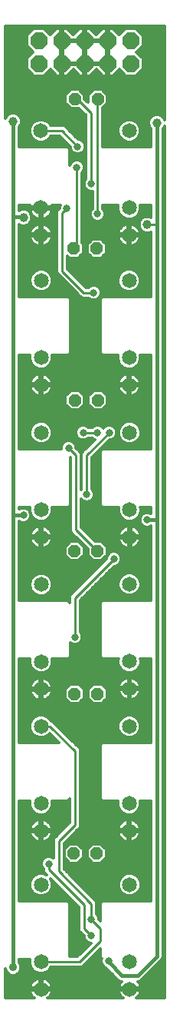
<source format=gtl>
G75*
%MOIN*%
%OFA0B0*%
%FSLAX25Y25*%
%IPPOS*%
%LPD*%
%AMOC8*
5,1,8,0,0,1.08239X$1,22.5*
%
%ADD10C,0.06496*%
%ADD11OC8,0.07400*%
%ADD12OC8,0.05200*%
%ADD13C,0.01200*%
%ADD14C,0.03175*%
%ADD15C,0.03962*%
%ADD16C,0.03569*%
%ADD17C,0.01600*%
%ADD18C,0.01000*%
D10*
X0023825Y0012255D03*
X0023825Y0024066D03*
X0023825Y0057530D03*
X0023857Y0080939D03*
X0023857Y0092750D03*
X0023857Y0126214D03*
X0023896Y0142461D03*
X0023896Y0154272D03*
X0023896Y0187736D03*
X0023896Y0208293D03*
X0023896Y0220104D03*
X0023896Y0253569D03*
X0023900Y0274265D03*
X0023900Y0286076D03*
X0023900Y0319541D03*
X0023781Y0339199D03*
X0023781Y0351010D03*
X0023781Y0384475D03*
X0062220Y0384475D03*
X0062220Y0351010D03*
X0062220Y0339199D03*
X0062213Y0319522D03*
X0062213Y0286058D03*
X0062213Y0274247D03*
X0062361Y0253569D03*
X0062361Y0220104D03*
X0062361Y0208293D03*
X0062308Y0187856D03*
X0062308Y0154392D03*
X0062308Y0142580D03*
X0062219Y0126214D03*
X0062219Y0092750D03*
X0062219Y0080939D03*
X0062377Y0057559D03*
X0062377Y0024094D03*
X0062377Y0012283D03*
D11*
X0062840Y0413537D03*
X0062840Y0423537D03*
X0052840Y0423537D03*
X0052840Y0413537D03*
X0042840Y0413537D03*
X0042840Y0423537D03*
X0032840Y0423537D03*
X0032840Y0413537D03*
X0022840Y0413537D03*
X0022840Y0423537D03*
D12*
X0038581Y0398218D03*
X0048581Y0398218D03*
X0048107Y0333350D03*
X0038107Y0333350D03*
X0038581Y0267652D03*
X0048581Y0267652D03*
X0048344Y0202226D03*
X0038344Y0202226D03*
X0038443Y0140297D03*
X0048443Y0140297D03*
X0048053Y0071085D03*
X0038053Y0071085D03*
D13*
X0008334Y0020998D02*
X0008334Y0008334D01*
X0020974Y0008334D01*
X0020667Y0008557D01*
X0020128Y0009096D01*
X0019679Y0009714D01*
X0019333Y0010394D01*
X0019097Y0011120D01*
X0018993Y0011772D01*
X0023343Y0011772D01*
X0023343Y0012737D01*
X0018993Y0012737D01*
X0019097Y0013390D01*
X0019333Y0014116D01*
X0019679Y0014796D01*
X0020128Y0015413D01*
X0020667Y0015953D01*
X0021284Y0016401D01*
X0021964Y0016748D01*
X0022690Y0016983D01*
X0023343Y0017087D01*
X0023343Y0012738D01*
X0024308Y0012738D01*
X0024308Y0017087D01*
X0024961Y0016983D01*
X0025686Y0016748D01*
X0026366Y0016401D01*
X0026984Y0015953D01*
X0027523Y0015413D01*
X0027972Y0014796D01*
X0028318Y0014116D01*
X0028554Y0013390D01*
X0028657Y0012737D01*
X0024308Y0012737D01*
X0024308Y0011772D01*
X0028657Y0011772D01*
X0028554Y0011120D01*
X0028318Y0010394D01*
X0027972Y0009714D01*
X0027523Y0009096D01*
X0026984Y0008557D01*
X0026677Y0008334D01*
X0059565Y0008334D01*
X0059218Y0008586D01*
X0058679Y0009125D01*
X0058230Y0009742D01*
X0057884Y0010422D01*
X0057648Y0011148D01*
X0057545Y0011801D01*
X0061894Y0011801D01*
X0061894Y0012766D01*
X0057545Y0012766D01*
X0057648Y0013419D01*
X0057884Y0014144D01*
X0058230Y0014824D01*
X0058679Y0015442D01*
X0058812Y0015575D01*
X0058563Y0015575D01*
X0057608Y0015971D01*
X0051992Y0021586D01*
X0051448Y0021811D01*
X0050551Y0022708D01*
X0050066Y0023879D01*
X0050066Y0025147D01*
X0050279Y0025662D01*
X0049753Y0026188D01*
X0049753Y0029965D01*
X0042901Y0023113D01*
X0041554Y0021766D01*
X0028120Y0021766D01*
X0027935Y0021320D01*
X0026572Y0019956D01*
X0024790Y0019218D01*
X0022861Y0019218D01*
X0021079Y0019956D01*
X0019715Y0021320D01*
X0018977Y0023101D01*
X0018977Y0025030D01*
X0019057Y0025222D01*
X0014315Y0025222D01*
X0014315Y0023865D01*
X0014584Y0023596D01*
X0015099Y0022352D01*
X0015099Y0021006D01*
X0014584Y0019762D01*
X0013632Y0018810D01*
X0012388Y0018294D01*
X0011042Y0018294D01*
X0009798Y0018810D01*
X0008846Y0019762D01*
X0008334Y0020998D01*
X0008334Y0019919D02*
X0008781Y0019919D01*
X0008334Y0018721D02*
X0010013Y0018721D01*
X0008334Y0017522D02*
X0056056Y0017522D01*
X0054858Y0018721D02*
X0013417Y0018721D01*
X0014315Y0024713D02*
X0018977Y0024713D01*
X0018977Y0023515D02*
X0014618Y0023515D01*
X0015099Y0022316D02*
X0019303Y0022316D01*
X0019917Y0021118D02*
X0015099Y0021118D01*
X0014649Y0019919D02*
X0021168Y0019919D01*
X0021178Y0016324D02*
X0008334Y0016324D01*
X0008334Y0015125D02*
X0019918Y0015125D01*
X0019271Y0013927D02*
X0008334Y0013927D01*
X0008334Y0012728D02*
X0023343Y0012728D01*
X0024308Y0012728D02*
X0061894Y0012728D01*
X0062860Y0012728D02*
X0077740Y0012728D01*
X0077740Y0011530D02*
X0067166Y0011530D01*
X0067209Y0011801D02*
X0062860Y0011801D01*
X0062860Y0012766D01*
X0067209Y0012766D01*
X0067105Y0013419D01*
X0066870Y0014144D01*
X0066523Y0014824D01*
X0066075Y0015442D01*
X0065941Y0015575D01*
X0066373Y0015575D01*
X0067329Y0015971D01*
X0068060Y0016702D01*
X0076405Y0025046D01*
X0076800Y0026002D01*
X0076800Y0027036D01*
X0076800Y0029290D01*
X0076956Y0029665D01*
X0076956Y0214855D01*
X0076959Y0214862D01*
X0076959Y0385356D01*
X0077395Y0385792D01*
X0077740Y0386625D01*
X0077740Y0008334D01*
X0065189Y0008334D01*
X0065535Y0008586D01*
X0066075Y0009125D01*
X0066523Y0009742D01*
X0066870Y0010422D01*
X0067105Y0011148D01*
X0067209Y0011801D01*
X0066823Y0010331D02*
X0077740Y0010331D01*
X0077740Y0009133D02*
X0066080Y0009133D01*
X0066940Y0013927D02*
X0077740Y0013927D01*
X0077740Y0015125D02*
X0066305Y0015125D01*
X0067682Y0016324D02*
X0077740Y0016324D01*
X0077740Y0017522D02*
X0068880Y0017522D01*
X0070079Y0018721D02*
X0077740Y0018721D01*
X0077740Y0019919D02*
X0071278Y0019919D01*
X0072476Y0021118D02*
X0077740Y0021118D01*
X0077740Y0022316D02*
X0073675Y0022316D01*
X0074873Y0023515D02*
X0077740Y0023515D01*
X0077740Y0024713D02*
X0076072Y0024713D01*
X0076763Y0025912D02*
X0077740Y0025912D01*
X0077740Y0027110D02*
X0076800Y0027110D01*
X0076800Y0028309D02*
X0077740Y0028309D01*
X0077740Y0029507D02*
X0076890Y0029507D01*
X0076956Y0030706D02*
X0077740Y0030706D01*
X0077740Y0031904D02*
X0076956Y0031904D01*
X0076956Y0033103D02*
X0077740Y0033103D01*
X0077740Y0034301D02*
X0076956Y0034301D01*
X0076956Y0035500D02*
X0077740Y0035500D01*
X0077740Y0036698D02*
X0076956Y0036698D01*
X0076956Y0037897D02*
X0077740Y0037897D01*
X0077740Y0039095D02*
X0076956Y0039095D01*
X0076956Y0040294D02*
X0077740Y0040294D01*
X0077740Y0041492D02*
X0076956Y0041492D01*
X0076956Y0042691D02*
X0077740Y0042691D01*
X0077740Y0043889D02*
X0076956Y0043889D01*
X0076956Y0045088D02*
X0077740Y0045088D01*
X0077740Y0046286D02*
X0076956Y0046286D01*
X0076956Y0047485D02*
X0077740Y0047485D01*
X0077740Y0048683D02*
X0076956Y0048683D01*
X0076956Y0049882D02*
X0077740Y0049882D01*
X0077740Y0051080D02*
X0076956Y0051080D01*
X0076956Y0052279D02*
X0077740Y0052279D01*
X0077740Y0053477D02*
X0076956Y0053477D01*
X0076956Y0054676D02*
X0077740Y0054676D01*
X0077740Y0055874D02*
X0076956Y0055874D01*
X0076956Y0057073D02*
X0077740Y0057073D01*
X0077740Y0058272D02*
X0076956Y0058272D01*
X0076956Y0059470D02*
X0077740Y0059470D01*
X0077740Y0060669D02*
X0076956Y0060669D01*
X0076956Y0061867D02*
X0077740Y0061867D01*
X0077740Y0063066D02*
X0076956Y0063066D01*
X0076956Y0064264D02*
X0077740Y0064264D01*
X0077740Y0065463D02*
X0076956Y0065463D01*
X0076956Y0066661D02*
X0077740Y0066661D01*
X0077740Y0067860D02*
X0076956Y0067860D01*
X0076956Y0069058D02*
X0077740Y0069058D01*
X0077740Y0070257D02*
X0076956Y0070257D01*
X0076956Y0071455D02*
X0077740Y0071455D01*
X0077740Y0072654D02*
X0076956Y0072654D01*
X0076956Y0073852D02*
X0077740Y0073852D01*
X0077740Y0075051D02*
X0076956Y0075051D01*
X0076956Y0076249D02*
X0077740Y0076249D01*
X0077740Y0077448D02*
X0076956Y0077448D01*
X0076956Y0078646D02*
X0077740Y0078646D01*
X0077740Y0079845D02*
X0076956Y0079845D01*
X0076956Y0081043D02*
X0077740Y0081043D01*
X0077740Y0082242D02*
X0076956Y0082242D01*
X0076956Y0083440D02*
X0077740Y0083440D01*
X0077740Y0084639D02*
X0076956Y0084639D01*
X0076956Y0085837D02*
X0077740Y0085837D01*
X0077740Y0087036D02*
X0076956Y0087036D01*
X0076956Y0088234D02*
X0077740Y0088234D01*
X0077740Y0089433D02*
X0076956Y0089433D01*
X0076956Y0090631D02*
X0077740Y0090631D01*
X0077740Y0091830D02*
X0076956Y0091830D01*
X0076956Y0093028D02*
X0077740Y0093028D01*
X0077740Y0094227D02*
X0076956Y0094227D01*
X0076956Y0095425D02*
X0077740Y0095425D01*
X0077740Y0096624D02*
X0076956Y0096624D01*
X0076956Y0097822D02*
X0077740Y0097822D01*
X0077740Y0099021D02*
X0076956Y0099021D01*
X0076956Y0100219D02*
X0077740Y0100219D01*
X0077740Y0101418D02*
X0076956Y0101418D01*
X0076956Y0102616D02*
X0077740Y0102616D01*
X0077740Y0103815D02*
X0076956Y0103815D01*
X0076956Y0105013D02*
X0077740Y0105013D01*
X0077740Y0106212D02*
X0076956Y0106212D01*
X0076956Y0107410D02*
X0077740Y0107410D01*
X0077740Y0108609D02*
X0076956Y0108609D01*
X0076956Y0109807D02*
X0077740Y0109807D01*
X0077740Y0111006D02*
X0076956Y0111006D01*
X0076956Y0112205D02*
X0077740Y0112205D01*
X0077740Y0113403D02*
X0076956Y0113403D01*
X0076956Y0114602D02*
X0077740Y0114602D01*
X0077740Y0115800D02*
X0076956Y0115800D01*
X0076956Y0116999D02*
X0077740Y0116999D01*
X0077740Y0118197D02*
X0076956Y0118197D01*
X0076956Y0119396D02*
X0077740Y0119396D01*
X0077740Y0120594D02*
X0076956Y0120594D01*
X0076956Y0121793D02*
X0077740Y0121793D01*
X0077740Y0122991D02*
X0076956Y0122991D01*
X0076956Y0124190D02*
X0077740Y0124190D01*
X0077740Y0125388D02*
X0076956Y0125388D01*
X0076956Y0126587D02*
X0077740Y0126587D01*
X0077740Y0127785D02*
X0076956Y0127785D01*
X0076956Y0128984D02*
X0077740Y0128984D01*
X0077740Y0130182D02*
X0076956Y0130182D01*
X0076956Y0131381D02*
X0077740Y0131381D01*
X0077740Y0132579D02*
X0076956Y0132579D01*
X0076956Y0133778D02*
X0077740Y0133778D01*
X0077740Y0134976D02*
X0076956Y0134976D01*
X0076956Y0136175D02*
X0077740Y0136175D01*
X0077740Y0137373D02*
X0076956Y0137373D01*
X0076956Y0138572D02*
X0077740Y0138572D01*
X0077740Y0139770D02*
X0076956Y0139770D01*
X0076956Y0140969D02*
X0077740Y0140969D01*
X0077740Y0142167D02*
X0076956Y0142167D01*
X0076956Y0143366D02*
X0077740Y0143366D01*
X0077740Y0144564D02*
X0076956Y0144564D01*
X0076956Y0145763D02*
X0077740Y0145763D01*
X0077740Y0146961D02*
X0076956Y0146961D01*
X0076956Y0148160D02*
X0077740Y0148160D01*
X0077740Y0149358D02*
X0076956Y0149358D01*
X0076956Y0150557D02*
X0077740Y0150557D01*
X0077740Y0151755D02*
X0076956Y0151755D01*
X0076956Y0152954D02*
X0077740Y0152954D01*
X0077740Y0154152D02*
X0076956Y0154152D01*
X0076956Y0155351D02*
X0077740Y0155351D01*
X0077740Y0156549D02*
X0076956Y0156549D01*
X0076956Y0157748D02*
X0077740Y0157748D01*
X0077740Y0158946D02*
X0076956Y0158946D01*
X0076956Y0160145D02*
X0077740Y0160145D01*
X0077740Y0161343D02*
X0076956Y0161343D01*
X0076956Y0162542D02*
X0077740Y0162542D01*
X0077740Y0163741D02*
X0076956Y0163741D01*
X0076956Y0164939D02*
X0077740Y0164939D01*
X0077740Y0166138D02*
X0076956Y0166138D01*
X0076956Y0167336D02*
X0077740Y0167336D01*
X0077740Y0168535D02*
X0076956Y0168535D01*
X0076956Y0169733D02*
X0077740Y0169733D01*
X0077740Y0170932D02*
X0076956Y0170932D01*
X0076956Y0172130D02*
X0077740Y0172130D01*
X0077740Y0173329D02*
X0076956Y0173329D01*
X0076956Y0174527D02*
X0077740Y0174527D01*
X0077740Y0175726D02*
X0076956Y0175726D01*
X0076956Y0176924D02*
X0077740Y0176924D01*
X0077740Y0178123D02*
X0076956Y0178123D01*
X0076956Y0179321D02*
X0077740Y0179321D01*
X0077740Y0180520D02*
X0076956Y0180520D01*
X0076956Y0181718D02*
X0077740Y0181718D01*
X0077740Y0182917D02*
X0076956Y0182917D01*
X0076956Y0184115D02*
X0077740Y0184115D01*
X0077740Y0185314D02*
X0076956Y0185314D01*
X0076956Y0186512D02*
X0077740Y0186512D01*
X0077740Y0187711D02*
X0076956Y0187711D01*
X0076956Y0188909D02*
X0077740Y0188909D01*
X0077740Y0190108D02*
X0076956Y0190108D01*
X0076956Y0191306D02*
X0077740Y0191306D01*
X0077740Y0192505D02*
X0076956Y0192505D01*
X0076956Y0193703D02*
X0077740Y0193703D01*
X0077740Y0194902D02*
X0076956Y0194902D01*
X0076956Y0196100D02*
X0077740Y0196100D01*
X0077740Y0197299D02*
X0076956Y0197299D01*
X0076956Y0198497D02*
X0077740Y0198497D01*
X0077740Y0199696D02*
X0076956Y0199696D01*
X0076956Y0200894D02*
X0077740Y0200894D01*
X0077740Y0202093D02*
X0076956Y0202093D01*
X0076956Y0203291D02*
X0077740Y0203291D01*
X0077740Y0204490D02*
X0076956Y0204490D01*
X0076956Y0205688D02*
X0077740Y0205688D01*
X0077740Y0206887D02*
X0076956Y0206887D01*
X0076956Y0208085D02*
X0077740Y0208085D01*
X0077740Y0209284D02*
X0076956Y0209284D01*
X0076956Y0210482D02*
X0077740Y0210482D01*
X0077740Y0211681D02*
X0076956Y0211681D01*
X0076956Y0212879D02*
X0077740Y0212879D01*
X0077740Y0214078D02*
X0076956Y0214078D01*
X0076959Y0215276D02*
X0077740Y0215276D01*
X0077740Y0216475D02*
X0076959Y0216475D01*
X0076959Y0217674D02*
X0077740Y0217674D01*
X0077740Y0218872D02*
X0076959Y0218872D01*
X0076959Y0220071D02*
X0077740Y0220071D01*
X0077740Y0221269D02*
X0076959Y0221269D01*
X0076959Y0222468D02*
X0077740Y0222468D01*
X0077740Y0223666D02*
X0076959Y0223666D01*
X0076959Y0224865D02*
X0077740Y0224865D01*
X0077740Y0226063D02*
X0076959Y0226063D01*
X0076959Y0227262D02*
X0077740Y0227262D01*
X0077740Y0228460D02*
X0076959Y0228460D01*
X0076959Y0229659D02*
X0077740Y0229659D01*
X0077740Y0230857D02*
X0076959Y0230857D01*
X0076959Y0232056D02*
X0077740Y0232056D01*
X0077740Y0233254D02*
X0076959Y0233254D01*
X0076959Y0234453D02*
X0077740Y0234453D01*
X0077740Y0235651D02*
X0076959Y0235651D01*
X0076959Y0236850D02*
X0077740Y0236850D01*
X0077740Y0238048D02*
X0076959Y0238048D01*
X0076959Y0239247D02*
X0077740Y0239247D01*
X0077740Y0240445D02*
X0076959Y0240445D01*
X0076959Y0241644D02*
X0077740Y0241644D01*
X0077740Y0242842D02*
X0076959Y0242842D01*
X0076959Y0244041D02*
X0077740Y0244041D01*
X0077740Y0245239D02*
X0076959Y0245239D01*
X0076959Y0246438D02*
X0077740Y0246438D01*
X0077740Y0247636D02*
X0076959Y0247636D01*
X0076959Y0248835D02*
X0077740Y0248835D01*
X0077740Y0250033D02*
X0076959Y0250033D01*
X0076959Y0251232D02*
X0077740Y0251232D01*
X0077740Y0252430D02*
X0076959Y0252430D01*
X0076959Y0253629D02*
X0077740Y0253629D01*
X0077740Y0254827D02*
X0076959Y0254827D01*
X0076959Y0256026D02*
X0077740Y0256026D01*
X0077740Y0257224D02*
X0076959Y0257224D01*
X0076959Y0258423D02*
X0077740Y0258423D01*
X0077740Y0259621D02*
X0076959Y0259621D01*
X0076959Y0260820D02*
X0077740Y0260820D01*
X0077740Y0262018D02*
X0076959Y0262018D01*
X0076959Y0263217D02*
X0077740Y0263217D01*
X0077740Y0264415D02*
X0076959Y0264415D01*
X0076959Y0265614D02*
X0077740Y0265614D01*
X0077740Y0266812D02*
X0076959Y0266812D01*
X0076959Y0268011D02*
X0077740Y0268011D01*
X0077740Y0269209D02*
X0076959Y0269209D01*
X0076959Y0270408D02*
X0077740Y0270408D01*
X0077740Y0271607D02*
X0076959Y0271607D01*
X0076959Y0272805D02*
X0077740Y0272805D01*
X0077740Y0274004D02*
X0076959Y0274004D01*
X0076959Y0275202D02*
X0077740Y0275202D01*
X0077740Y0276401D02*
X0076959Y0276401D01*
X0076959Y0277599D02*
X0077740Y0277599D01*
X0077740Y0278798D02*
X0076959Y0278798D01*
X0076959Y0279996D02*
X0077740Y0279996D01*
X0077740Y0281195D02*
X0076959Y0281195D01*
X0076959Y0282393D02*
X0077740Y0282393D01*
X0077740Y0283592D02*
X0076959Y0283592D01*
X0076959Y0284790D02*
X0077740Y0284790D01*
X0077740Y0285989D02*
X0076959Y0285989D01*
X0076959Y0287187D02*
X0077740Y0287187D01*
X0077740Y0288386D02*
X0076959Y0288386D01*
X0076959Y0289584D02*
X0077740Y0289584D01*
X0077740Y0290783D02*
X0076959Y0290783D01*
X0076959Y0291981D02*
X0077740Y0291981D01*
X0077740Y0293180D02*
X0076959Y0293180D01*
X0076959Y0294378D02*
X0077740Y0294378D01*
X0077740Y0295577D02*
X0076959Y0295577D01*
X0076959Y0296775D02*
X0077740Y0296775D01*
X0077740Y0297974D02*
X0076959Y0297974D01*
X0076959Y0299172D02*
X0077740Y0299172D01*
X0077740Y0300371D02*
X0076959Y0300371D01*
X0076959Y0301569D02*
X0077740Y0301569D01*
X0077740Y0302768D02*
X0076959Y0302768D01*
X0076959Y0303966D02*
X0077740Y0303966D01*
X0077740Y0305165D02*
X0076959Y0305165D01*
X0076959Y0306363D02*
X0077740Y0306363D01*
X0077740Y0307562D02*
X0076959Y0307562D01*
X0076959Y0308760D02*
X0077740Y0308760D01*
X0077740Y0309959D02*
X0076959Y0309959D01*
X0076959Y0311157D02*
X0077740Y0311157D01*
X0077740Y0312356D02*
X0076959Y0312356D01*
X0076959Y0313554D02*
X0077740Y0313554D01*
X0077740Y0314753D02*
X0076959Y0314753D01*
X0076959Y0315951D02*
X0077740Y0315951D01*
X0077740Y0317150D02*
X0076959Y0317150D01*
X0076959Y0318348D02*
X0077740Y0318348D01*
X0077740Y0319547D02*
X0076959Y0319547D01*
X0076959Y0320745D02*
X0077740Y0320745D01*
X0077740Y0321944D02*
X0076959Y0321944D01*
X0076959Y0323143D02*
X0077740Y0323143D01*
X0077740Y0324341D02*
X0076959Y0324341D01*
X0076959Y0325540D02*
X0077740Y0325540D01*
X0077740Y0326738D02*
X0076959Y0326738D01*
X0076959Y0327937D02*
X0077740Y0327937D01*
X0077740Y0329135D02*
X0076959Y0329135D01*
X0076959Y0330334D02*
X0077740Y0330334D01*
X0077740Y0331532D02*
X0076959Y0331532D01*
X0076959Y0332731D02*
X0077740Y0332731D01*
X0077740Y0333929D02*
X0076959Y0333929D01*
X0076959Y0335128D02*
X0077740Y0335128D01*
X0077740Y0336326D02*
X0076959Y0336326D01*
X0076959Y0337525D02*
X0077740Y0337525D01*
X0077740Y0338723D02*
X0076959Y0338723D01*
X0076959Y0339922D02*
X0077740Y0339922D01*
X0077740Y0341120D02*
X0076959Y0341120D01*
X0076959Y0342319D02*
X0077740Y0342319D01*
X0077740Y0343517D02*
X0076959Y0343517D01*
X0076959Y0344716D02*
X0077740Y0344716D01*
X0077740Y0345914D02*
X0076959Y0345914D01*
X0076959Y0347113D02*
X0077740Y0347113D01*
X0077740Y0348311D02*
X0076959Y0348311D01*
X0076959Y0349510D02*
X0077740Y0349510D01*
X0077740Y0350708D02*
X0076959Y0350708D01*
X0076959Y0351907D02*
X0077740Y0351907D01*
X0077740Y0353105D02*
X0076959Y0353105D01*
X0076959Y0354304D02*
X0077740Y0354304D01*
X0077740Y0355502D02*
X0076959Y0355502D01*
X0076959Y0356701D02*
X0077740Y0356701D01*
X0077740Y0357899D02*
X0076959Y0357899D01*
X0076959Y0359098D02*
X0077740Y0359098D01*
X0077740Y0360296D02*
X0076959Y0360296D01*
X0076959Y0361495D02*
X0077740Y0361495D01*
X0077740Y0362693D02*
X0076959Y0362693D01*
X0076959Y0363892D02*
X0077740Y0363892D01*
X0077740Y0365090D02*
X0076959Y0365090D01*
X0076959Y0366289D02*
X0077740Y0366289D01*
X0077740Y0367487D02*
X0076959Y0367487D01*
X0076959Y0368686D02*
X0077740Y0368686D01*
X0077740Y0369884D02*
X0076959Y0369884D01*
X0076959Y0371083D02*
X0077740Y0371083D01*
X0077740Y0372281D02*
X0076959Y0372281D01*
X0076959Y0373480D02*
X0077740Y0373480D01*
X0077740Y0374678D02*
X0076959Y0374678D01*
X0076959Y0375877D02*
X0077740Y0375877D01*
X0077740Y0377076D02*
X0076959Y0377076D01*
X0076959Y0378274D02*
X0077740Y0378274D01*
X0077740Y0379473D02*
X0076959Y0379473D01*
X0076959Y0380671D02*
X0077740Y0380671D01*
X0077740Y0381870D02*
X0076959Y0381870D01*
X0076959Y0383068D02*
X0077740Y0383068D01*
X0077740Y0384267D02*
X0076959Y0384267D01*
X0077068Y0385465D02*
X0077740Y0385465D01*
X0077740Y0389016D02*
X0077395Y0389849D01*
X0076388Y0390856D01*
X0075071Y0391402D01*
X0073647Y0391402D01*
X0072331Y0390856D01*
X0071323Y0389849D01*
X0070778Y0388533D01*
X0070778Y0387108D01*
X0071323Y0385792D01*
X0071759Y0385356D01*
X0071759Y0377414D01*
X0050750Y0377414D01*
X0050750Y0394448D01*
X0052781Y0396478D01*
X0052781Y0399957D01*
X0050320Y0402418D01*
X0046841Y0402418D01*
X0044381Y0399957D01*
X0044381Y0396718D01*
X0042781Y0398318D01*
X0042781Y0399957D01*
X0040320Y0402418D01*
X0036841Y0402418D01*
X0034381Y0399957D01*
X0034381Y0396478D01*
X0036841Y0394018D01*
X0040320Y0394018D01*
X0040448Y0394145D01*
X0043394Y0391198D01*
X0043394Y0363650D01*
X0042992Y0363248D01*
X0042507Y0362077D01*
X0042507Y0360809D01*
X0042992Y0359637D01*
X0043889Y0358740D01*
X0045060Y0358255D01*
X0046150Y0358255D01*
X0046150Y0350658D01*
X0045748Y0350256D01*
X0045263Y0349084D01*
X0045263Y0347816D01*
X0045748Y0346645D01*
X0046645Y0345748D01*
X0047816Y0345263D01*
X0049084Y0345263D01*
X0050256Y0345748D01*
X0051153Y0346645D01*
X0051638Y0347816D01*
X0051638Y0349084D01*
X0051153Y0350256D01*
X0050750Y0350658D01*
X0050750Y0352166D01*
X0057451Y0352166D01*
X0057372Y0351975D01*
X0057372Y0350046D01*
X0058110Y0348264D01*
X0059473Y0346900D01*
X0061255Y0346162D01*
X0063184Y0346162D01*
X0064966Y0346900D01*
X0066330Y0348264D01*
X0067068Y0350046D01*
X0067068Y0351975D01*
X0066988Y0352166D01*
X0071759Y0352166D01*
X0071759Y0346917D01*
X0070816Y0347307D01*
X0069392Y0347307D01*
X0068075Y0346762D01*
X0067068Y0345755D01*
X0066523Y0344438D01*
X0066523Y0343014D01*
X0067068Y0341697D01*
X0068075Y0340690D01*
X0069392Y0340145D01*
X0070816Y0340145D01*
X0071759Y0340535D01*
X0071759Y0312461D01*
X0050526Y0312461D01*
X0049589Y0311524D01*
X0049589Y0288151D01*
X0050526Y0287214D01*
X0057444Y0287214D01*
X0057365Y0287022D01*
X0057365Y0285093D01*
X0058103Y0283311D01*
X0059466Y0281948D01*
X0061248Y0281210D01*
X0063177Y0281210D01*
X0064959Y0281948D01*
X0066323Y0283311D01*
X0067061Y0285093D01*
X0067061Y0287022D01*
X0066981Y0287214D01*
X0071759Y0287214D01*
X0071759Y0246507D01*
X0050674Y0246507D01*
X0049737Y0245570D01*
X0049737Y0222197D01*
X0050674Y0221260D01*
X0057592Y0221260D01*
X0057512Y0221068D01*
X0057512Y0219140D01*
X0058251Y0217358D01*
X0059614Y0215994D01*
X0061396Y0215256D01*
X0063325Y0215256D01*
X0065107Y0215994D01*
X0066470Y0217358D01*
X0067209Y0219140D01*
X0067209Y0221068D01*
X0067129Y0221260D01*
X0071759Y0221260D01*
X0071759Y0218538D01*
X0070738Y0218961D01*
X0069470Y0218961D01*
X0068298Y0218475D01*
X0067402Y0217579D01*
X0066917Y0216407D01*
X0066917Y0215139D01*
X0067402Y0213968D01*
X0068298Y0213071D01*
X0069470Y0212586D01*
X0070738Y0212586D01*
X0071756Y0213007D01*
X0071756Y0180795D01*
X0050622Y0180795D01*
X0049684Y0179857D01*
X0049684Y0156485D01*
X0050622Y0155547D01*
X0057539Y0155547D01*
X0057460Y0155356D01*
X0057460Y0153427D01*
X0058198Y0151645D01*
X0059562Y0150282D01*
X0061344Y0149543D01*
X0063272Y0149543D01*
X0065054Y0150282D01*
X0066418Y0151645D01*
X0067156Y0153427D01*
X0067156Y0155356D01*
X0067077Y0155547D01*
X0071756Y0155547D01*
X0071756Y0119153D01*
X0050533Y0119153D01*
X0049596Y0118216D01*
X0049596Y0094843D01*
X0050533Y0093906D01*
X0057451Y0093906D01*
X0057371Y0093714D01*
X0057371Y0091785D01*
X0058109Y0090003D01*
X0059473Y0088640D01*
X0061255Y0087902D01*
X0063184Y0087902D01*
X0064966Y0088640D01*
X0066329Y0090003D01*
X0067067Y0091785D01*
X0067067Y0093714D01*
X0066988Y0093906D01*
X0071756Y0093906D01*
X0071756Y0050498D01*
X0050690Y0050498D01*
X0049753Y0049560D01*
X0049753Y0041739D01*
X0048882Y0042610D01*
X0048882Y0043179D01*
X0048397Y0044350D01*
X0047994Y0044753D01*
X0047994Y0050190D01*
X0046647Y0051538D01*
X0033821Y0064364D01*
X0033821Y0075450D01*
X0039561Y0081190D01*
X0040908Y0082537D01*
X0040908Y0116332D01*
X0039561Y0117680D01*
X0028726Y0128514D01*
X0028151Y0128514D01*
X0027967Y0128960D01*
X0026603Y0130324D01*
X0024821Y0131062D01*
X0022892Y0131062D01*
X0021111Y0130324D01*
X0019747Y0128960D01*
X0019009Y0127179D01*
X0019009Y0125250D01*
X0019747Y0123468D01*
X0021111Y0122104D01*
X0022892Y0121366D01*
X0024821Y0121366D01*
X0026603Y0122104D01*
X0027617Y0123118D01*
X0031582Y0119153D01*
X0014315Y0119153D01*
X0014315Y0155428D01*
X0019128Y0155428D01*
X0019048Y0155236D01*
X0019048Y0153307D01*
X0019786Y0151526D01*
X0021150Y0150162D01*
X0022932Y0149424D01*
X0024861Y0149424D01*
X0026643Y0150162D01*
X0028006Y0151526D01*
X0028744Y0153307D01*
X0028744Y0155236D01*
X0028665Y0155428D01*
X0035583Y0155428D01*
X0036520Y0156365D01*
X0036520Y0162566D01*
X0036802Y0162284D01*
X0037974Y0161798D01*
X0039242Y0161798D01*
X0040413Y0162284D01*
X0041310Y0163180D01*
X0041795Y0164352D01*
X0041795Y0165620D01*
X0041310Y0166791D01*
X0040908Y0167193D01*
X0040908Y0180962D01*
X0055602Y0195657D01*
X0056171Y0195657D01*
X0057343Y0196142D01*
X0058239Y0197039D01*
X0058724Y0198210D01*
X0058724Y0199478D01*
X0058239Y0200650D01*
X0057343Y0201546D01*
X0056171Y0202031D01*
X0054903Y0202031D01*
X0053731Y0201546D01*
X0052835Y0200650D01*
X0052350Y0199478D01*
X0052350Y0198909D01*
X0037655Y0184215D01*
X0036308Y0182868D01*
X0036308Y0179950D01*
X0035583Y0180675D01*
X0014315Y0180675D01*
X0014315Y0215086D01*
X0014361Y0215040D01*
X0015533Y0214554D01*
X0016801Y0214554D01*
X0017972Y0215040D01*
X0018869Y0215936D01*
X0019354Y0217108D01*
X0019354Y0218376D01*
X0018869Y0219547D01*
X0017972Y0220444D01*
X0016801Y0220929D01*
X0015533Y0220929D01*
X0014361Y0220444D01*
X0014315Y0220397D01*
X0014315Y0221260D01*
X0019127Y0221260D01*
X0019048Y0221068D01*
X0019048Y0219140D01*
X0019786Y0217358D01*
X0021149Y0215994D01*
X0022931Y0215256D01*
X0024860Y0215256D01*
X0026642Y0215994D01*
X0028006Y0217358D01*
X0028744Y0219140D01*
X0028744Y0221068D01*
X0028664Y0221260D01*
X0035582Y0221260D01*
X0036519Y0222197D01*
X0036519Y0242956D01*
X0036702Y0242773D01*
X0036702Y0210616D01*
X0038049Y0209268D01*
X0044144Y0203173D01*
X0044144Y0200486D01*
X0046604Y0198026D01*
X0050083Y0198026D01*
X0052544Y0200486D01*
X0052544Y0203966D01*
X0050083Y0206426D01*
X0047396Y0206426D01*
X0041302Y0212521D01*
X0041302Y0224714D01*
X0041920Y0224095D01*
X0043092Y0223609D01*
X0044360Y0223609D01*
X0045531Y0224095D01*
X0046428Y0224991D01*
X0046913Y0226163D01*
X0046913Y0227431D01*
X0046428Y0228602D01*
X0046026Y0229005D01*
X0046026Y0242773D01*
X0053634Y0250381D01*
X0054203Y0250381D01*
X0055374Y0250866D01*
X0056271Y0251763D01*
X0056756Y0252934D01*
X0056756Y0254203D01*
X0056271Y0255374D01*
X0055374Y0256271D01*
X0054203Y0256756D01*
X0052934Y0256756D01*
X0051763Y0256271D01*
X0051009Y0255517D01*
X0050256Y0256271D01*
X0049084Y0256756D01*
X0047816Y0256756D01*
X0046645Y0256271D01*
X0046243Y0255868D01*
X0044359Y0255868D01*
X0043957Y0256271D01*
X0042785Y0256756D01*
X0041517Y0256756D01*
X0040346Y0256271D01*
X0039449Y0255374D01*
X0038964Y0254203D01*
X0038964Y0252934D01*
X0039449Y0251763D01*
X0040346Y0250866D01*
X0041517Y0250381D01*
X0042785Y0250381D01*
X0043957Y0250866D01*
X0044359Y0251269D01*
X0046243Y0251269D01*
X0046645Y0250866D01*
X0047330Y0250583D01*
X0042773Y0246026D01*
X0041426Y0244679D01*
X0041426Y0229005D01*
X0041302Y0228880D01*
X0041302Y0244679D01*
X0039954Y0246026D01*
X0039039Y0246941D01*
X0039039Y0247510D01*
X0038554Y0248681D01*
X0037657Y0249578D01*
X0036486Y0250063D01*
X0035218Y0250063D01*
X0034046Y0249578D01*
X0033150Y0248681D01*
X0032665Y0247510D01*
X0032665Y0246507D01*
X0014315Y0246507D01*
X0014315Y0287232D01*
X0019131Y0287232D01*
X0019052Y0287040D01*
X0019052Y0285112D01*
X0019790Y0283330D01*
X0021154Y0281966D01*
X0022936Y0281228D01*
X0024864Y0281228D01*
X0026646Y0281966D01*
X0028010Y0283330D01*
X0028748Y0285112D01*
X0028748Y0287040D01*
X0028669Y0287232D01*
X0035586Y0287232D01*
X0036524Y0288169D01*
X0036524Y0311542D01*
X0035586Y0312479D01*
X0014315Y0312479D01*
X0014315Y0343767D01*
X0015455Y0343294D01*
X0016879Y0343294D01*
X0018195Y0343840D01*
X0019203Y0344847D01*
X0019748Y0346163D01*
X0019748Y0347588D01*
X0019203Y0348904D01*
X0018195Y0349911D01*
X0016879Y0350457D01*
X0015455Y0350457D01*
X0014315Y0349985D01*
X0014315Y0352166D01*
X0019059Y0352166D01*
X0019052Y0352146D01*
X0018949Y0351493D01*
X0023298Y0351493D01*
X0023298Y0350528D01*
X0018949Y0350528D01*
X0019052Y0349875D01*
X0019288Y0349149D01*
X0019634Y0348469D01*
X0020083Y0347852D01*
X0020623Y0347313D01*
X0021240Y0346864D01*
X0021920Y0346518D01*
X0022646Y0346282D01*
X0023298Y0346178D01*
X0023298Y0350528D01*
X0024264Y0350528D01*
X0024264Y0351493D01*
X0028613Y0351493D01*
X0028509Y0352146D01*
X0028503Y0352166D01*
X0032175Y0352166D01*
X0031877Y0351447D01*
X0031877Y0350878D01*
X0030796Y0349797D01*
X0030796Y0322695D01*
X0032143Y0321347D01*
X0041513Y0311977D01*
X0044550Y0311977D01*
X0044952Y0311575D01*
X0046123Y0311090D01*
X0047391Y0311090D01*
X0048563Y0311575D01*
X0049460Y0312472D01*
X0049945Y0313643D01*
X0049945Y0314911D01*
X0049460Y0316083D01*
X0048563Y0316979D01*
X0047391Y0317465D01*
X0046123Y0317465D01*
X0044952Y0316979D01*
X0044550Y0316577D01*
X0043419Y0316577D01*
X0035396Y0324600D01*
X0035396Y0330121D01*
X0036367Y0329150D01*
X0039847Y0329150D01*
X0042307Y0331610D01*
X0042307Y0335090D01*
X0041695Y0335702D01*
X0041695Y0366321D01*
X0042097Y0366724D01*
X0042583Y0367895D01*
X0042583Y0369163D01*
X0042097Y0370335D01*
X0041201Y0371231D01*
X0040029Y0371717D01*
X0038761Y0371717D01*
X0037590Y0371231D01*
X0036693Y0370335D01*
X0036404Y0369638D01*
X0036404Y0376476D01*
X0035467Y0377414D01*
X0014315Y0377414D01*
X0014315Y0386143D01*
X0014751Y0386579D01*
X0015296Y0387896D01*
X0015296Y0389320D01*
X0014751Y0390636D01*
X0013743Y0391644D01*
X0012427Y0392189D01*
X0011003Y0392189D01*
X0009686Y0391644D01*
X0008679Y0390636D01*
X0008334Y0389803D01*
X0008334Y0429906D01*
X0077740Y0429906D01*
X0077740Y0389016D01*
X0077740Y0389061D02*
X0077722Y0389061D01*
X0077740Y0390259D02*
X0076985Y0390259D01*
X0077740Y0391458D02*
X0050750Y0391458D01*
X0050750Y0392656D02*
X0077740Y0392656D01*
X0077740Y0393855D02*
X0050750Y0393855D01*
X0051356Y0395053D02*
X0077740Y0395053D01*
X0077740Y0396252D02*
X0052554Y0396252D01*
X0052781Y0397450D02*
X0077740Y0397450D01*
X0077740Y0398649D02*
X0052781Y0398649D01*
X0052781Y0399847D02*
X0077740Y0399847D01*
X0077740Y0401046D02*
X0051693Y0401046D01*
X0050494Y0402244D02*
X0077740Y0402244D01*
X0077740Y0403443D02*
X0008334Y0403443D01*
X0008334Y0404641D02*
X0077740Y0404641D01*
X0077740Y0405840D02*
X0008334Y0405840D01*
X0008334Y0407038D02*
X0077740Y0407038D01*
X0077740Y0408237D02*
X0008334Y0408237D01*
X0008334Y0409435D02*
X0019447Y0409435D01*
X0020645Y0408237D02*
X0025035Y0408237D01*
X0027840Y0411042D01*
X0030645Y0408237D01*
X0032440Y0408237D01*
X0032440Y0413137D01*
X0033240Y0413137D01*
X0033240Y0408237D01*
X0035035Y0408237D01*
X0037840Y0411042D01*
X0040645Y0408237D01*
X0042440Y0408237D01*
X0042440Y0413137D01*
X0037540Y0413137D01*
X0033240Y0413137D01*
X0033240Y0413937D01*
X0032440Y0413937D01*
X0032440Y0418837D01*
X0032440Y0423137D01*
X0033240Y0423137D01*
X0033240Y0413937D01*
X0042440Y0413937D01*
X0042440Y0413137D01*
X0043240Y0413137D01*
X0043240Y0408237D01*
X0045035Y0408237D01*
X0047840Y0411042D01*
X0050645Y0408237D01*
X0052440Y0408237D01*
X0052440Y0413137D01*
X0047540Y0413137D01*
X0043240Y0413137D01*
X0043240Y0413937D01*
X0042440Y0413937D01*
X0042440Y0418837D01*
X0042440Y0423137D01*
X0037540Y0423137D01*
X0033240Y0423137D01*
X0033240Y0423937D01*
X0032440Y0423937D01*
X0032440Y0428837D01*
X0030645Y0428837D01*
X0027840Y0426032D01*
X0025035Y0428837D01*
X0020645Y0428837D01*
X0017540Y0425732D01*
X0017540Y0421342D01*
X0020345Y0418537D01*
X0017540Y0415732D01*
X0017540Y0411342D01*
X0020645Y0408237D01*
X0018248Y0410634D02*
X0008334Y0410634D01*
X0008334Y0411832D02*
X0017540Y0411832D01*
X0017540Y0413031D02*
X0008334Y0413031D01*
X0008334Y0414229D02*
X0017540Y0414229D01*
X0017540Y0415428D02*
X0008334Y0415428D01*
X0008334Y0416626D02*
X0018434Y0416626D01*
X0019633Y0417825D02*
X0008334Y0417825D01*
X0008334Y0419023D02*
X0019858Y0419023D01*
X0018660Y0420222D02*
X0008334Y0420222D01*
X0008334Y0421420D02*
X0017540Y0421420D01*
X0017540Y0422619D02*
X0008334Y0422619D01*
X0008334Y0423817D02*
X0017540Y0423817D01*
X0017540Y0425016D02*
X0008334Y0425016D01*
X0008334Y0426214D02*
X0018022Y0426214D01*
X0019221Y0427413D02*
X0008334Y0427413D01*
X0008334Y0428612D02*
X0020419Y0428612D01*
X0025261Y0428612D02*
X0030419Y0428612D01*
X0029221Y0427413D02*
X0026459Y0427413D01*
X0027658Y0426214D02*
X0028022Y0426214D01*
X0028248Y0410634D02*
X0027432Y0410634D01*
X0026234Y0409435D02*
X0029447Y0409435D01*
X0032440Y0409435D02*
X0033240Y0409435D01*
X0033240Y0410634D02*
X0032440Y0410634D01*
X0032440Y0411832D02*
X0033240Y0411832D01*
X0033240Y0413031D02*
X0032440Y0413031D01*
X0032440Y0414229D02*
X0033240Y0414229D01*
X0033240Y0415428D02*
X0032440Y0415428D01*
X0032440Y0416626D02*
X0033240Y0416626D01*
X0033240Y0417825D02*
X0032440Y0417825D01*
X0032440Y0419023D02*
X0033240Y0419023D01*
X0033240Y0420222D02*
X0032440Y0420222D01*
X0032440Y0421420D02*
X0033240Y0421420D01*
X0033240Y0422619D02*
X0032440Y0422619D01*
X0033240Y0423817D02*
X0042440Y0423817D01*
X0042440Y0423937D02*
X0042440Y0423137D01*
X0043240Y0423137D01*
X0043240Y0413937D01*
X0052440Y0413937D01*
X0052440Y0413137D01*
X0053240Y0413137D01*
X0053240Y0408237D01*
X0055035Y0408237D01*
X0057840Y0411042D01*
X0060645Y0408237D01*
X0065035Y0408237D01*
X0068140Y0411342D01*
X0068140Y0415732D01*
X0065335Y0418537D01*
X0068140Y0421342D01*
X0068140Y0425732D01*
X0065035Y0428837D01*
X0060645Y0428837D01*
X0057840Y0426032D01*
X0055035Y0428837D01*
X0053240Y0428837D01*
X0053240Y0423937D01*
X0052440Y0423937D01*
X0052440Y0423137D01*
X0047540Y0423137D01*
X0043240Y0423137D01*
X0043240Y0423937D01*
X0042440Y0423937D01*
X0033240Y0423937D01*
X0033240Y0428837D01*
X0035035Y0428837D01*
X0037840Y0426032D01*
X0040645Y0428837D01*
X0042440Y0428837D01*
X0042440Y0423937D01*
X0043240Y0423937D02*
X0043240Y0428837D01*
X0045035Y0428837D01*
X0047840Y0426032D01*
X0050645Y0428837D01*
X0052440Y0428837D01*
X0052440Y0423937D01*
X0043240Y0423937D01*
X0043240Y0423817D02*
X0052440Y0423817D01*
X0052440Y0423137D02*
X0053240Y0423137D01*
X0053240Y0413937D01*
X0052440Y0413937D01*
X0052440Y0418837D01*
X0052440Y0423137D01*
X0052440Y0422619D02*
X0053240Y0422619D01*
X0053240Y0421420D02*
X0052440Y0421420D01*
X0052440Y0420222D02*
X0053240Y0420222D01*
X0053240Y0419023D02*
X0052440Y0419023D01*
X0052440Y0417825D02*
X0053240Y0417825D01*
X0053240Y0416626D02*
X0052440Y0416626D01*
X0052440Y0415428D02*
X0053240Y0415428D01*
X0053240Y0414229D02*
X0052440Y0414229D01*
X0052440Y0413031D02*
X0053240Y0413031D01*
X0053240Y0411832D02*
X0052440Y0411832D01*
X0052440Y0410634D02*
X0053240Y0410634D01*
X0053240Y0409435D02*
X0052440Y0409435D01*
X0049447Y0409435D02*
X0046234Y0409435D01*
X0047432Y0410634D02*
X0048248Y0410634D01*
X0046668Y0402244D02*
X0040494Y0402244D01*
X0041693Y0401046D02*
X0045469Y0401046D01*
X0044381Y0399847D02*
X0042781Y0399847D01*
X0042781Y0398649D02*
X0044381Y0398649D01*
X0044381Y0397450D02*
X0043648Y0397450D01*
X0043135Y0391458D02*
X0013930Y0391458D01*
X0014907Y0390259D02*
X0043394Y0390259D01*
X0043394Y0389061D02*
X0025379Y0389061D01*
X0024745Y0389323D02*
X0022817Y0389323D01*
X0021035Y0388585D01*
X0019671Y0387221D01*
X0018933Y0385439D01*
X0018933Y0383511D01*
X0019671Y0381729D01*
X0021035Y0380365D01*
X0022817Y0379627D01*
X0024745Y0379627D01*
X0026527Y0380365D01*
X0027891Y0381729D01*
X0028076Y0382175D01*
X0031946Y0382175D01*
X0036602Y0377519D01*
X0036602Y0376950D01*
X0037087Y0375779D01*
X0037983Y0374882D01*
X0039155Y0374397D01*
X0040423Y0374397D01*
X0041594Y0374882D01*
X0042491Y0375779D01*
X0042976Y0376950D01*
X0042976Y0378218D01*
X0042491Y0379390D01*
X0041594Y0380286D01*
X0040423Y0380772D01*
X0039854Y0380772D01*
X0035198Y0385428D01*
X0033851Y0386775D01*
X0028076Y0386775D01*
X0027891Y0387221D01*
X0026527Y0388585D01*
X0024745Y0389323D01*
X0026833Y0380671D02*
X0033449Y0380671D01*
X0032251Y0381870D02*
X0027949Y0381870D01*
X0027250Y0387862D02*
X0043394Y0387862D01*
X0043394Y0386664D02*
X0033962Y0386664D01*
X0035161Y0385465D02*
X0043394Y0385465D01*
X0043394Y0384267D02*
X0036359Y0384267D01*
X0037558Y0383068D02*
X0043394Y0383068D01*
X0043394Y0381870D02*
X0038756Y0381870D01*
X0040666Y0380671D02*
X0043394Y0380671D01*
X0043394Y0379473D02*
X0042408Y0379473D01*
X0042953Y0378274D02*
X0043394Y0378274D01*
X0043394Y0377076D02*
X0042976Y0377076D01*
X0043394Y0375877D02*
X0042532Y0375877D01*
X0043394Y0374678D02*
X0041103Y0374678D01*
X0041349Y0371083D02*
X0043394Y0371083D01*
X0043394Y0372281D02*
X0036404Y0372281D01*
X0036404Y0371083D02*
X0037441Y0371083D01*
X0036507Y0369884D02*
X0036404Y0369884D01*
X0036404Y0373480D02*
X0043394Y0373480D01*
X0043394Y0369884D02*
X0042284Y0369884D01*
X0042583Y0368686D02*
X0043394Y0368686D01*
X0043394Y0367487D02*
X0042414Y0367487D01*
X0041695Y0366289D02*
X0043394Y0366289D01*
X0043394Y0365090D02*
X0041695Y0365090D01*
X0041695Y0363892D02*
X0043394Y0363892D01*
X0042763Y0362693D02*
X0041695Y0362693D01*
X0041695Y0361495D02*
X0042507Y0361495D01*
X0042719Y0360296D02*
X0041695Y0360296D01*
X0041695Y0359098D02*
X0043531Y0359098D01*
X0041695Y0357899D02*
X0046150Y0357899D01*
X0046150Y0356701D02*
X0041695Y0356701D01*
X0041695Y0355502D02*
X0046150Y0355502D01*
X0046150Y0354304D02*
X0041695Y0354304D01*
X0041695Y0353105D02*
X0046150Y0353105D01*
X0046150Y0351907D02*
X0041695Y0351907D01*
X0041695Y0350708D02*
X0046150Y0350708D01*
X0045439Y0349510D02*
X0041695Y0349510D01*
X0041695Y0348311D02*
X0045263Y0348311D01*
X0045554Y0347113D02*
X0041695Y0347113D01*
X0041695Y0345914D02*
X0046479Y0345914D01*
X0046367Y0337550D02*
X0043907Y0335090D01*
X0043907Y0331610D01*
X0046367Y0329150D01*
X0049847Y0329150D01*
X0052307Y0331610D01*
X0052307Y0335090D01*
X0049847Y0337550D01*
X0046367Y0337550D01*
X0046342Y0337525D02*
X0041695Y0337525D01*
X0041695Y0338723D02*
X0061737Y0338723D01*
X0061737Y0338717D02*
X0057388Y0338717D01*
X0057491Y0338064D01*
X0057727Y0337338D01*
X0058073Y0336658D01*
X0058522Y0336041D01*
X0059061Y0335502D01*
X0059679Y0335053D01*
X0060359Y0334707D01*
X0061084Y0334471D01*
X0061737Y0334367D01*
X0061737Y0338717D01*
X0061737Y0339682D01*
X0057388Y0339682D01*
X0057491Y0340335D01*
X0057727Y0341060D01*
X0058073Y0341740D01*
X0058522Y0342358D01*
X0059061Y0342897D01*
X0059679Y0343346D01*
X0060359Y0343692D01*
X0061084Y0343928D01*
X0061737Y0344031D01*
X0061737Y0339682D01*
X0062702Y0339682D01*
X0062702Y0344031D01*
X0063355Y0343928D01*
X0064081Y0343692D01*
X0064761Y0343346D01*
X0065378Y0342897D01*
X0065918Y0342358D01*
X0066366Y0341740D01*
X0066713Y0341060D01*
X0066948Y0340335D01*
X0067052Y0339682D01*
X0062702Y0339682D01*
X0062702Y0338717D01*
X0062702Y0334367D01*
X0063355Y0334471D01*
X0064081Y0334707D01*
X0064761Y0335053D01*
X0065378Y0335502D01*
X0065918Y0336041D01*
X0066366Y0336658D01*
X0066713Y0337338D01*
X0066948Y0338064D01*
X0067052Y0338717D01*
X0062702Y0338717D01*
X0061737Y0338717D01*
X0062702Y0338723D02*
X0071759Y0338723D01*
X0071759Y0337525D02*
X0066773Y0337525D01*
X0066125Y0336326D02*
X0071759Y0336326D01*
X0071759Y0335128D02*
X0064863Y0335128D01*
X0065946Y0342319D02*
X0066811Y0342319D01*
X0066682Y0341120D02*
X0067645Y0341120D01*
X0067014Y0339922D02*
X0071759Y0339922D01*
X0071759Y0347113D02*
X0071285Y0347113D01*
X0071759Y0348311D02*
X0066349Y0348311D01*
X0066846Y0349510D02*
X0071759Y0349510D01*
X0071759Y0350708D02*
X0067068Y0350708D01*
X0067068Y0351907D02*
X0071759Y0351907D01*
X0068922Y0347113D02*
X0065178Y0347113D01*
X0064424Y0343517D02*
X0066523Y0343517D01*
X0066638Y0344716D02*
X0041695Y0344716D01*
X0041695Y0343517D02*
X0060015Y0343517D01*
X0059261Y0347113D02*
X0051346Y0347113D01*
X0051638Y0348311D02*
X0058090Y0348311D01*
X0057594Y0349510D02*
X0051462Y0349510D01*
X0050750Y0350708D02*
X0057372Y0350708D01*
X0057372Y0351907D02*
X0050750Y0351907D01*
X0050422Y0345914D02*
X0067228Y0345914D01*
X0062702Y0343517D02*
X0061737Y0343517D01*
X0061737Y0342319D02*
X0062702Y0342319D01*
X0062702Y0341120D02*
X0061737Y0341120D01*
X0061737Y0339922D02*
X0062702Y0339922D01*
X0062702Y0337525D02*
X0061737Y0337525D01*
X0061737Y0336326D02*
X0062702Y0336326D01*
X0062702Y0335128D02*
X0061737Y0335128D01*
X0059576Y0335128D02*
X0052269Y0335128D01*
X0052307Y0333929D02*
X0071759Y0333929D01*
X0071759Y0332731D02*
X0052307Y0332731D01*
X0052229Y0331532D02*
X0071759Y0331532D01*
X0071759Y0330334D02*
X0051030Y0330334D01*
X0051071Y0336326D02*
X0058315Y0336326D01*
X0057666Y0337525D02*
X0049872Y0337525D01*
X0048151Y0317150D02*
X0057948Y0317150D01*
X0058103Y0316776D02*
X0057365Y0318558D01*
X0057365Y0320487D01*
X0058103Y0322268D01*
X0059466Y0323632D01*
X0061248Y0324370D01*
X0063177Y0324370D01*
X0064959Y0323632D01*
X0066323Y0322268D01*
X0067061Y0320487D01*
X0067061Y0318558D01*
X0066323Y0316776D01*
X0064959Y0315412D01*
X0063177Y0314674D01*
X0061248Y0314674D01*
X0059466Y0315412D01*
X0058103Y0316776D01*
X0058927Y0315951D02*
X0049514Y0315951D01*
X0049945Y0314753D02*
X0061058Y0314753D01*
X0063367Y0314753D02*
X0071759Y0314753D01*
X0071759Y0315951D02*
X0065498Y0315951D01*
X0066477Y0317150D02*
X0071759Y0317150D01*
X0071759Y0318348D02*
X0066974Y0318348D01*
X0067061Y0319547D02*
X0071759Y0319547D01*
X0071759Y0320745D02*
X0066953Y0320745D01*
X0066457Y0321944D02*
X0071759Y0321944D01*
X0071759Y0323143D02*
X0065448Y0323143D01*
X0063248Y0324341D02*
X0071759Y0324341D01*
X0071759Y0325540D02*
X0035396Y0325540D01*
X0035396Y0326738D02*
X0071759Y0326738D01*
X0071759Y0327937D02*
X0035396Y0327937D01*
X0035396Y0329135D02*
X0071759Y0329135D01*
X0071759Y0313554D02*
X0049908Y0313554D01*
X0050421Y0312356D02*
X0049344Y0312356D01*
X0049589Y0311157D02*
X0047555Y0311157D01*
X0045960Y0311157D02*
X0036524Y0311157D01*
X0036524Y0309959D02*
X0049589Y0309959D01*
X0049589Y0308760D02*
X0036524Y0308760D01*
X0036524Y0307562D02*
X0049589Y0307562D01*
X0049589Y0306363D02*
X0036524Y0306363D01*
X0036524Y0305165D02*
X0049589Y0305165D01*
X0049589Y0303966D02*
X0036524Y0303966D01*
X0036524Y0302768D02*
X0049589Y0302768D01*
X0049589Y0301569D02*
X0036524Y0301569D01*
X0036524Y0300371D02*
X0049589Y0300371D01*
X0049589Y0299172D02*
X0036524Y0299172D01*
X0036524Y0297974D02*
X0049589Y0297974D01*
X0049589Y0296775D02*
X0036524Y0296775D01*
X0036524Y0295577D02*
X0049589Y0295577D01*
X0049589Y0294378D02*
X0036524Y0294378D01*
X0036524Y0293180D02*
X0049589Y0293180D01*
X0049589Y0291981D02*
X0036524Y0291981D01*
X0036524Y0290783D02*
X0049589Y0290783D01*
X0049589Y0289584D02*
X0036524Y0289584D01*
X0036524Y0288386D02*
X0049589Y0288386D01*
X0050320Y0271852D02*
X0046841Y0271852D01*
X0044381Y0269391D01*
X0044381Y0265912D01*
X0046841Y0263452D01*
X0050320Y0263452D01*
X0052781Y0265912D01*
X0052781Y0269391D01*
X0050320Y0271852D01*
X0050566Y0271607D02*
X0058138Y0271607D01*
X0058066Y0271706D02*
X0058515Y0271088D01*
X0059054Y0270549D01*
X0059672Y0270100D01*
X0060352Y0269754D01*
X0061077Y0269518D01*
X0061730Y0269415D01*
X0061730Y0273764D01*
X0062695Y0273764D01*
X0062695Y0269415D01*
X0063348Y0269518D01*
X0064074Y0269754D01*
X0064754Y0270100D01*
X0065371Y0270549D01*
X0065910Y0271088D01*
X0066359Y0271706D01*
X0066705Y0272386D01*
X0066941Y0273111D01*
X0067045Y0273764D01*
X0062695Y0273764D01*
X0062695Y0274729D01*
X0067045Y0274729D01*
X0066941Y0275382D01*
X0066705Y0276108D01*
X0066359Y0276788D01*
X0065910Y0277405D01*
X0065371Y0277945D01*
X0064754Y0278393D01*
X0064074Y0278739D01*
X0063348Y0278975D01*
X0062695Y0279079D01*
X0062695Y0274729D01*
X0061730Y0274729D01*
X0061730Y0273764D01*
X0057381Y0273764D01*
X0057484Y0273111D01*
X0057720Y0272386D01*
X0058066Y0271706D01*
X0057584Y0272805D02*
X0028523Y0272805D01*
X0028629Y0273130D02*
X0028732Y0273782D01*
X0024383Y0273782D01*
X0024383Y0269433D01*
X0025035Y0269536D01*
X0025761Y0269772D01*
X0026441Y0270119D01*
X0027058Y0270567D01*
X0027598Y0271107D01*
X0028047Y0271724D01*
X0028393Y0272404D01*
X0028629Y0273130D01*
X0028732Y0274748D02*
X0028629Y0275400D01*
X0028393Y0276126D01*
X0028047Y0276806D01*
X0027598Y0277423D01*
X0027058Y0277963D01*
X0026441Y0278411D01*
X0025761Y0278758D01*
X0025035Y0278994D01*
X0024383Y0279097D01*
X0024383Y0274748D01*
X0023417Y0274748D01*
X0023417Y0273782D01*
X0024383Y0273782D01*
X0024383Y0274748D01*
X0028732Y0274748D01*
X0028660Y0275202D02*
X0057455Y0275202D01*
X0057484Y0275382D02*
X0057381Y0274729D01*
X0061730Y0274729D01*
X0061730Y0279079D01*
X0061077Y0278975D01*
X0060352Y0278739D01*
X0059672Y0278393D01*
X0059054Y0277945D01*
X0058515Y0277405D01*
X0058066Y0276788D01*
X0057720Y0276108D01*
X0057484Y0275382D01*
X0057869Y0276401D02*
X0028253Y0276401D01*
X0027422Y0277599D02*
X0058709Y0277599D01*
X0059021Y0282393D02*
X0027073Y0282393D01*
X0025639Y0278798D02*
X0060530Y0278798D01*
X0061730Y0278798D02*
X0062695Y0278798D01*
X0062695Y0277599D02*
X0061730Y0277599D01*
X0061730Y0276401D02*
X0062695Y0276401D01*
X0062695Y0275202D02*
X0061730Y0275202D01*
X0061730Y0274004D02*
X0024383Y0274004D01*
X0023417Y0274004D02*
X0014315Y0274004D01*
X0014315Y0275202D02*
X0019140Y0275202D01*
X0019171Y0275400D02*
X0019068Y0274748D01*
X0023417Y0274748D01*
X0023417Y0279097D01*
X0022765Y0278994D01*
X0022039Y0278758D01*
X0021359Y0278411D01*
X0020742Y0277963D01*
X0020202Y0277423D01*
X0019754Y0276806D01*
X0019407Y0276126D01*
X0019171Y0275400D01*
X0019547Y0276401D02*
X0014315Y0276401D01*
X0014315Y0277599D02*
X0020378Y0277599D01*
X0019068Y0273782D02*
X0019171Y0273130D01*
X0019407Y0272404D01*
X0019754Y0271724D01*
X0020202Y0271107D01*
X0020742Y0270567D01*
X0021359Y0270119D01*
X0022039Y0269772D01*
X0022765Y0269536D01*
X0023417Y0269433D01*
X0023417Y0273782D01*
X0019068Y0273782D01*
X0019277Y0272805D02*
X0014315Y0272805D01*
X0014315Y0271607D02*
X0019839Y0271607D01*
X0020961Y0270408D02*
X0014315Y0270408D01*
X0014315Y0269209D02*
X0034381Y0269209D01*
X0034381Y0269391D02*
X0034381Y0265912D01*
X0036841Y0263452D01*
X0040320Y0263452D01*
X0042781Y0265912D01*
X0042781Y0269391D01*
X0040320Y0271852D01*
X0036841Y0271852D01*
X0034381Y0269391D01*
X0034381Y0268011D02*
X0014315Y0268011D01*
X0014315Y0266812D02*
X0034381Y0266812D01*
X0034679Y0265614D02*
X0014315Y0265614D01*
X0014315Y0264415D02*
X0035877Y0264415D01*
X0035397Y0270408D02*
X0026839Y0270408D01*
X0027961Y0271607D02*
X0036596Y0271607D01*
X0039223Y0254827D02*
X0028622Y0254827D01*
X0028744Y0254533D02*
X0028006Y0256315D01*
X0026642Y0257678D01*
X0024860Y0258417D01*
X0022931Y0258417D01*
X0021149Y0257678D01*
X0019786Y0256315D01*
X0019048Y0254533D01*
X0019048Y0252604D01*
X0019786Y0250822D01*
X0021149Y0249459D01*
X0022931Y0248720D01*
X0024860Y0248720D01*
X0026642Y0249459D01*
X0028006Y0250822D01*
X0028744Y0252604D01*
X0028744Y0254533D01*
X0028744Y0253629D02*
X0038964Y0253629D01*
X0039173Y0252430D02*
X0028672Y0252430D01*
X0028175Y0251232D02*
X0039980Y0251232D01*
X0038987Y0247636D02*
X0044384Y0247636D01*
X0045582Y0248835D02*
X0038400Y0248835D01*
X0039542Y0246438D02*
X0043185Y0246438D01*
X0041987Y0245239D02*
X0040741Y0245239D01*
X0041302Y0244041D02*
X0041426Y0244041D01*
X0041426Y0242842D02*
X0041302Y0242842D01*
X0041302Y0241644D02*
X0041426Y0241644D01*
X0041426Y0240445D02*
X0041302Y0240445D01*
X0041302Y0239247D02*
X0041426Y0239247D01*
X0041426Y0238048D02*
X0041302Y0238048D01*
X0041302Y0236850D02*
X0041426Y0236850D01*
X0041426Y0235651D02*
X0041302Y0235651D01*
X0041302Y0234453D02*
X0041426Y0234453D01*
X0041426Y0233254D02*
X0041302Y0233254D01*
X0041302Y0232056D02*
X0041426Y0232056D01*
X0041426Y0230857D02*
X0041302Y0230857D01*
X0041302Y0229659D02*
X0041426Y0229659D01*
X0041302Y0223666D02*
X0042955Y0223666D01*
X0044497Y0223666D02*
X0049737Y0223666D01*
X0049737Y0222468D02*
X0041302Y0222468D01*
X0041302Y0221269D02*
X0050665Y0221269D01*
X0049737Y0224865D02*
X0046301Y0224865D01*
X0046872Y0226063D02*
X0049737Y0226063D01*
X0049737Y0227262D02*
X0046913Y0227262D01*
X0046487Y0228460D02*
X0049737Y0228460D01*
X0049737Y0229659D02*
X0046026Y0229659D01*
X0046026Y0230857D02*
X0049737Y0230857D01*
X0049737Y0232056D02*
X0046026Y0232056D01*
X0046026Y0233254D02*
X0049737Y0233254D01*
X0049737Y0234453D02*
X0046026Y0234453D01*
X0046026Y0235651D02*
X0049737Y0235651D01*
X0049737Y0236850D02*
X0046026Y0236850D01*
X0046026Y0238048D02*
X0049737Y0238048D01*
X0049737Y0239247D02*
X0046026Y0239247D01*
X0046026Y0240445D02*
X0049737Y0240445D01*
X0049737Y0241644D02*
X0046026Y0241644D01*
X0046095Y0242842D02*
X0049737Y0242842D01*
X0049737Y0244041D02*
X0047293Y0244041D01*
X0048492Y0245239D02*
X0049737Y0245239D01*
X0049690Y0246438D02*
X0050605Y0246438D01*
X0050889Y0247636D02*
X0071759Y0247636D01*
X0071759Y0248835D02*
X0063601Y0248835D01*
X0063325Y0248720D02*
X0065107Y0249459D01*
X0066470Y0250822D01*
X0067209Y0252604D01*
X0067209Y0254533D01*
X0066470Y0256315D01*
X0065107Y0257678D01*
X0063325Y0258417D01*
X0061396Y0258417D01*
X0059614Y0257678D01*
X0058251Y0256315D01*
X0057512Y0254533D01*
X0057512Y0252604D01*
X0058251Y0250822D01*
X0059614Y0249459D01*
X0061396Y0248720D01*
X0063325Y0248720D01*
X0061120Y0248835D02*
X0052087Y0248835D01*
X0053286Y0250033D02*
X0059040Y0250033D01*
X0058081Y0251232D02*
X0055739Y0251232D01*
X0056547Y0252430D02*
X0057584Y0252430D01*
X0057512Y0253629D02*
X0056756Y0253629D01*
X0056497Y0254827D02*
X0057634Y0254827D01*
X0058131Y0256026D02*
X0055619Y0256026D01*
X0052781Y0266812D02*
X0071759Y0266812D01*
X0071759Y0265614D02*
X0052483Y0265614D01*
X0051284Y0264415D02*
X0071759Y0264415D01*
X0071759Y0263217D02*
X0014315Y0263217D01*
X0014315Y0262018D02*
X0071759Y0262018D01*
X0071759Y0260820D02*
X0014315Y0260820D01*
X0014315Y0259621D02*
X0071759Y0259621D01*
X0071759Y0258423D02*
X0014315Y0258423D01*
X0014315Y0257224D02*
X0020695Y0257224D01*
X0019666Y0256026D02*
X0014315Y0256026D01*
X0014315Y0254827D02*
X0019170Y0254827D01*
X0019048Y0253629D02*
X0014315Y0253629D01*
X0014315Y0252430D02*
X0019120Y0252430D01*
X0019616Y0251232D02*
X0014315Y0251232D01*
X0014315Y0250033D02*
X0020575Y0250033D01*
X0022655Y0248835D02*
X0014315Y0248835D01*
X0014315Y0247636D02*
X0032717Y0247636D01*
X0033304Y0248835D02*
X0025136Y0248835D01*
X0027096Y0257224D02*
X0059160Y0257224D01*
X0059248Y0270408D02*
X0051764Y0270408D01*
X0052781Y0269209D02*
X0071759Y0269209D01*
X0071759Y0268011D02*
X0052781Y0268011D01*
X0051518Y0256026D02*
X0050501Y0256026D01*
X0046400Y0256026D02*
X0044201Y0256026D01*
X0044322Y0251232D02*
X0046279Y0251232D01*
X0046781Y0250033D02*
X0036558Y0250033D01*
X0035146Y0250033D02*
X0027217Y0250033D01*
X0028125Y0256026D02*
X0040101Y0256026D01*
X0041284Y0264415D02*
X0045877Y0264415D01*
X0044679Y0265614D02*
X0042483Y0265614D01*
X0042781Y0266812D02*
X0044381Y0266812D01*
X0044381Y0268011D02*
X0042781Y0268011D01*
X0042781Y0269209D02*
X0044381Y0269209D01*
X0045397Y0270408D02*
X0041764Y0270408D01*
X0040566Y0271607D02*
X0046596Y0271607D01*
X0041135Y0312356D02*
X0035710Y0312356D01*
X0037539Y0315951D02*
X0027167Y0315951D01*
X0026646Y0315431D02*
X0028010Y0316794D01*
X0028748Y0318576D01*
X0028748Y0320505D01*
X0028010Y0322287D01*
X0026646Y0323651D01*
X0024864Y0324389D01*
X0022936Y0324389D01*
X0021154Y0323651D01*
X0019790Y0322287D01*
X0019052Y0320505D01*
X0019052Y0318576D01*
X0019790Y0316794D01*
X0021154Y0315431D01*
X0022936Y0314693D01*
X0024864Y0314693D01*
X0026646Y0315431D01*
X0025010Y0314753D02*
X0038738Y0314753D01*
X0039250Y0320745D02*
X0057472Y0320745D01*
X0057365Y0319547D02*
X0040449Y0319547D01*
X0041648Y0318348D02*
X0057451Y0318348D01*
X0057968Y0321944D02*
X0038052Y0321944D01*
X0036853Y0323143D02*
X0058977Y0323143D01*
X0061178Y0324341D02*
X0035655Y0324341D01*
X0035142Y0318348D02*
X0028654Y0318348D01*
X0028748Y0319547D02*
X0033944Y0319547D01*
X0032745Y0320745D02*
X0028649Y0320745D01*
X0028152Y0321944D02*
X0031547Y0321944D01*
X0030796Y0323143D02*
X0027154Y0323143D01*
X0024980Y0324341D02*
X0030796Y0324341D01*
X0030796Y0325540D02*
X0014315Y0325540D01*
X0014315Y0326738D02*
X0030796Y0326738D01*
X0030796Y0327937D02*
X0014315Y0327937D01*
X0014315Y0329135D02*
X0030796Y0329135D01*
X0030796Y0330334D02*
X0014315Y0330334D01*
X0014315Y0331532D02*
X0030796Y0331532D01*
X0030796Y0332731D02*
X0014315Y0332731D01*
X0014315Y0333929D02*
X0030796Y0333929D01*
X0030796Y0335128D02*
X0026425Y0335128D01*
X0026322Y0335053D02*
X0026939Y0335502D01*
X0027479Y0336041D01*
X0027927Y0336658D01*
X0028274Y0337338D01*
X0028509Y0338064D01*
X0028613Y0338717D01*
X0024264Y0338717D01*
X0024264Y0339682D01*
X0028613Y0339682D01*
X0028509Y0340335D01*
X0028274Y0341060D01*
X0027927Y0341740D01*
X0027479Y0342358D01*
X0026939Y0342897D01*
X0026322Y0343346D01*
X0025642Y0343692D01*
X0024916Y0343928D01*
X0024264Y0344031D01*
X0024264Y0339682D01*
X0023298Y0339682D01*
X0023298Y0338717D01*
X0018949Y0338717D01*
X0019052Y0338064D01*
X0019288Y0337338D01*
X0019634Y0336658D01*
X0020083Y0336041D01*
X0020623Y0335502D01*
X0021240Y0335053D01*
X0021920Y0334707D01*
X0022646Y0334471D01*
X0023298Y0334367D01*
X0023298Y0338717D01*
X0024264Y0338717D01*
X0024264Y0334367D01*
X0024916Y0334471D01*
X0025642Y0334707D01*
X0026322Y0335053D01*
X0027686Y0336326D02*
X0030796Y0336326D01*
X0030796Y0337525D02*
X0028334Y0337525D01*
X0028575Y0339922D02*
X0030796Y0339922D01*
X0030796Y0341120D02*
X0028243Y0341120D01*
X0027507Y0342319D02*
X0030796Y0342319D01*
X0030796Y0343517D02*
X0025985Y0343517D01*
X0024916Y0346282D02*
X0025642Y0346518D01*
X0026322Y0346864D01*
X0026939Y0347313D01*
X0027479Y0347852D01*
X0027927Y0348469D01*
X0028274Y0349149D01*
X0028509Y0349875D01*
X0028613Y0350528D01*
X0024264Y0350528D01*
X0024264Y0346178D01*
X0024916Y0346282D01*
X0024264Y0347113D02*
X0023298Y0347113D01*
X0023298Y0348311D02*
X0024264Y0348311D01*
X0024264Y0349510D02*
X0023298Y0349510D01*
X0023298Y0350708D02*
X0014315Y0350708D01*
X0014315Y0351907D02*
X0019014Y0351907D01*
X0019171Y0349510D02*
X0018597Y0349510D01*
X0019448Y0348311D02*
X0019749Y0348311D01*
X0019748Y0347113D02*
X0020898Y0347113D01*
X0021920Y0343692D02*
X0021240Y0343346D01*
X0020623Y0342897D01*
X0020083Y0342358D01*
X0019634Y0341740D01*
X0019288Y0341060D01*
X0019052Y0340335D01*
X0018949Y0339682D01*
X0023298Y0339682D01*
X0023298Y0344031D01*
X0022646Y0343928D01*
X0021920Y0343692D01*
X0021576Y0343517D02*
X0017417Y0343517D01*
X0018987Y0339922D02*
X0014315Y0339922D01*
X0014315Y0341120D02*
X0019318Y0341120D01*
X0020055Y0342319D02*
X0014315Y0342319D01*
X0014315Y0343517D02*
X0014917Y0343517D01*
X0014315Y0338723D02*
X0023298Y0338723D01*
X0024264Y0338723D02*
X0030796Y0338723D01*
X0030796Y0344716D02*
X0019071Y0344716D01*
X0019645Y0345914D02*
X0030796Y0345914D01*
X0030796Y0347113D02*
X0026664Y0347113D01*
X0027812Y0348311D02*
X0030796Y0348311D01*
X0030796Y0349510D02*
X0028391Y0349510D01*
X0028547Y0351907D02*
X0032068Y0351907D01*
X0031708Y0350708D02*
X0024264Y0350708D01*
X0024264Y0343517D02*
X0023298Y0343517D01*
X0023298Y0342319D02*
X0024264Y0342319D01*
X0024264Y0341120D02*
X0023298Y0341120D01*
X0023298Y0339922D02*
X0024264Y0339922D01*
X0024264Y0337525D02*
X0023298Y0337525D01*
X0023298Y0336326D02*
X0024264Y0336326D01*
X0024264Y0335128D02*
X0023298Y0335128D01*
X0021137Y0335128D02*
X0014315Y0335128D01*
X0014315Y0336326D02*
X0019876Y0336326D01*
X0019227Y0337525D02*
X0014315Y0337525D01*
X0014315Y0324341D02*
X0022821Y0324341D01*
X0022790Y0314753D02*
X0014315Y0314753D01*
X0014315Y0315951D02*
X0020633Y0315951D01*
X0019643Y0317150D02*
X0014315Y0317150D01*
X0014315Y0318348D02*
X0019146Y0318348D01*
X0019052Y0319547D02*
X0014315Y0319547D01*
X0014315Y0320745D02*
X0019152Y0320745D01*
X0019648Y0321944D02*
X0014315Y0321944D01*
X0014315Y0323143D02*
X0020646Y0323143D01*
X0014315Y0313554D02*
X0039936Y0313554D01*
X0042846Y0317150D02*
X0045364Y0317150D01*
X0045184Y0330334D02*
X0041030Y0330334D01*
X0042229Y0331532D02*
X0043985Y0331532D01*
X0043907Y0332731D02*
X0042307Y0332731D01*
X0042307Y0333929D02*
X0043907Y0333929D01*
X0043945Y0335128D02*
X0042269Y0335128D01*
X0041695Y0336326D02*
X0045144Y0336326D01*
X0041695Y0339922D02*
X0057426Y0339922D01*
X0057757Y0341120D02*
X0041695Y0341120D01*
X0041695Y0342319D02*
X0058494Y0342319D01*
X0050750Y0378274D02*
X0071759Y0378274D01*
X0071759Y0379473D02*
X0050750Y0379473D01*
X0050750Y0380671D02*
X0059167Y0380671D01*
X0059473Y0380365D02*
X0061255Y0379627D01*
X0063184Y0379627D01*
X0064966Y0380365D01*
X0066330Y0381729D01*
X0067068Y0383511D01*
X0067068Y0385439D01*
X0066330Y0387221D01*
X0064966Y0388585D01*
X0063184Y0389323D01*
X0061255Y0389323D01*
X0059473Y0388585D01*
X0058110Y0387221D01*
X0057372Y0385439D01*
X0057372Y0383511D01*
X0058110Y0381729D01*
X0059473Y0380365D01*
X0058051Y0381870D02*
X0050750Y0381870D01*
X0050750Y0383068D02*
X0057555Y0383068D01*
X0057372Y0384267D02*
X0050750Y0384267D01*
X0050750Y0385465D02*
X0057382Y0385465D01*
X0057879Y0386664D02*
X0050750Y0386664D01*
X0050750Y0387862D02*
X0058751Y0387862D01*
X0060622Y0389061D02*
X0050750Y0389061D01*
X0050750Y0390259D02*
X0071733Y0390259D01*
X0070997Y0389061D02*
X0063817Y0389061D01*
X0065689Y0387862D02*
X0070778Y0387862D01*
X0070962Y0386664D02*
X0066561Y0386664D01*
X0067057Y0385465D02*
X0071650Y0385465D01*
X0071759Y0384267D02*
X0067068Y0384267D01*
X0066884Y0383068D02*
X0071759Y0383068D01*
X0071759Y0381870D02*
X0066388Y0381870D01*
X0065272Y0380671D02*
X0071759Y0380671D01*
X0066234Y0409435D02*
X0077740Y0409435D01*
X0077740Y0410634D02*
X0067432Y0410634D01*
X0068140Y0411832D02*
X0077740Y0411832D01*
X0077740Y0413031D02*
X0068140Y0413031D01*
X0068140Y0414229D02*
X0077740Y0414229D01*
X0077740Y0415428D02*
X0068140Y0415428D01*
X0067246Y0416626D02*
X0077740Y0416626D01*
X0077740Y0417825D02*
X0066048Y0417825D01*
X0065822Y0419023D02*
X0077740Y0419023D01*
X0077740Y0420222D02*
X0067020Y0420222D01*
X0068140Y0421420D02*
X0077740Y0421420D01*
X0077740Y0422619D02*
X0068140Y0422619D01*
X0068140Y0423817D02*
X0077740Y0423817D01*
X0077740Y0425016D02*
X0068140Y0425016D01*
X0067658Y0426214D02*
X0077740Y0426214D01*
X0077740Y0427413D02*
X0066459Y0427413D01*
X0065261Y0428612D02*
X0077740Y0428612D01*
X0077740Y0429810D02*
X0008334Y0429810D01*
X0008334Y0402244D02*
X0036668Y0402244D01*
X0035469Y0401046D02*
X0008334Y0401046D01*
X0008334Y0399847D02*
X0034381Y0399847D01*
X0034381Y0398649D02*
X0008334Y0398649D01*
X0008334Y0397450D02*
X0034381Y0397450D01*
X0034607Y0396252D02*
X0008334Y0396252D01*
X0008334Y0395053D02*
X0035806Y0395053D01*
X0036234Y0409435D02*
X0039447Y0409435D01*
X0038248Y0410634D02*
X0037432Y0410634D01*
X0037658Y0426214D02*
X0038022Y0426214D01*
X0039221Y0427413D02*
X0036459Y0427413D01*
X0035261Y0428612D02*
X0040419Y0428612D01*
X0042440Y0428612D02*
X0043240Y0428612D01*
X0043240Y0427413D02*
X0042440Y0427413D01*
X0042440Y0426214D02*
X0043240Y0426214D01*
X0043240Y0425016D02*
X0042440Y0425016D01*
X0042440Y0422619D02*
X0043240Y0422619D01*
X0043240Y0421420D02*
X0042440Y0421420D01*
X0042440Y0420222D02*
X0043240Y0420222D01*
X0043240Y0419023D02*
X0042440Y0419023D01*
X0042440Y0417825D02*
X0043240Y0417825D01*
X0043240Y0416626D02*
X0042440Y0416626D01*
X0042440Y0415428D02*
X0043240Y0415428D01*
X0043240Y0414229D02*
X0042440Y0414229D01*
X0042440Y0413031D02*
X0043240Y0413031D01*
X0043240Y0411832D02*
X0042440Y0411832D01*
X0042440Y0410634D02*
X0043240Y0410634D01*
X0043240Y0409435D02*
X0042440Y0409435D01*
X0040738Y0393855D02*
X0008334Y0393855D01*
X0008334Y0392656D02*
X0041937Y0392656D01*
X0038475Y0374678D02*
X0036404Y0374678D01*
X0036404Y0375877D02*
X0037046Y0375877D01*
X0036602Y0377076D02*
X0035805Y0377076D01*
X0035847Y0378274D02*
X0014315Y0378274D01*
X0014315Y0379473D02*
X0034648Y0379473D01*
X0033240Y0425016D02*
X0032440Y0425016D01*
X0032440Y0426214D02*
X0033240Y0426214D01*
X0033240Y0427413D02*
X0032440Y0427413D01*
X0032440Y0428612D02*
X0033240Y0428612D01*
X0022183Y0389061D02*
X0015296Y0389061D01*
X0015282Y0387862D02*
X0020312Y0387862D01*
X0019440Y0386664D02*
X0014786Y0386664D01*
X0014315Y0385465D02*
X0018944Y0385465D01*
X0018933Y0384267D02*
X0014315Y0384267D01*
X0014315Y0383068D02*
X0019116Y0383068D01*
X0019613Y0381870D02*
X0014315Y0381870D01*
X0014315Y0380671D02*
X0020729Y0380671D01*
X0009500Y0391458D02*
X0008334Y0391458D01*
X0008334Y0390259D02*
X0008523Y0390259D01*
X0028157Y0317150D02*
X0036341Y0317150D01*
X0028687Y0287187D02*
X0057433Y0287187D01*
X0057365Y0285989D02*
X0028748Y0285989D01*
X0028615Y0284790D02*
X0057490Y0284790D01*
X0057987Y0283592D02*
X0028118Y0283592D01*
X0024383Y0278798D02*
X0023417Y0278798D01*
X0023417Y0277599D02*
X0024383Y0277599D01*
X0024383Y0276401D02*
X0023417Y0276401D01*
X0023417Y0275202D02*
X0024383Y0275202D01*
X0024383Y0272805D02*
X0023417Y0272805D01*
X0023417Y0271607D02*
X0024383Y0271607D01*
X0024383Y0270408D02*
X0023417Y0270408D01*
X0022161Y0278798D02*
X0014315Y0278798D01*
X0014315Y0279996D02*
X0071759Y0279996D01*
X0071759Y0278798D02*
X0063895Y0278798D01*
X0062695Y0274004D02*
X0071759Y0274004D01*
X0071759Y0275202D02*
X0066970Y0275202D01*
X0066556Y0276401D02*
X0071759Y0276401D01*
X0071759Y0277599D02*
X0065716Y0277599D01*
X0065404Y0282393D02*
X0071759Y0282393D01*
X0071759Y0281195D02*
X0014315Y0281195D01*
X0014315Y0282393D02*
X0020727Y0282393D01*
X0019682Y0283592D02*
X0014315Y0283592D01*
X0014315Y0284790D02*
X0019185Y0284790D01*
X0019052Y0285989D02*
X0014315Y0285989D01*
X0014315Y0287187D02*
X0019113Y0287187D01*
X0019048Y0220071D02*
X0018346Y0220071D01*
X0019149Y0218872D02*
X0019158Y0218872D01*
X0019354Y0217674D02*
X0019655Y0217674D01*
X0019092Y0216475D02*
X0020668Y0216475D01*
X0022035Y0212786D02*
X0021355Y0212439D01*
X0020737Y0211991D01*
X0020198Y0211451D01*
X0019749Y0210834D01*
X0019403Y0210154D01*
X0019167Y0209428D01*
X0019064Y0208776D01*
X0023413Y0208776D01*
X0023413Y0213125D01*
X0022760Y0213022D01*
X0022035Y0212786D01*
X0022323Y0212879D02*
X0014315Y0212879D01*
X0014315Y0211681D02*
X0020428Y0211681D01*
X0019570Y0210482D02*
X0014315Y0210482D01*
X0014315Y0209284D02*
X0019144Y0209284D01*
X0019064Y0207810D02*
X0019167Y0207158D01*
X0019403Y0206432D01*
X0019749Y0205752D01*
X0020198Y0205135D01*
X0020737Y0204595D01*
X0021355Y0204147D01*
X0022035Y0203800D01*
X0022760Y0203564D01*
X0023413Y0203461D01*
X0023413Y0207810D01*
X0024378Y0207810D01*
X0024378Y0203461D01*
X0025031Y0203564D01*
X0025757Y0203800D01*
X0026437Y0204147D01*
X0027054Y0204595D01*
X0027593Y0205135D01*
X0028042Y0205752D01*
X0028388Y0206432D01*
X0028624Y0207158D01*
X0028728Y0207810D01*
X0024378Y0207810D01*
X0024378Y0208776D01*
X0023413Y0208776D01*
X0023413Y0207810D01*
X0019064Y0207810D01*
X0019255Y0206887D02*
X0014315Y0206887D01*
X0014315Y0208085D02*
X0023413Y0208085D01*
X0024378Y0208085D02*
X0039232Y0208085D01*
X0040430Y0206887D02*
X0028536Y0206887D01*
X0027996Y0205688D02*
X0035866Y0205688D01*
X0036604Y0206426D02*
X0034144Y0203966D01*
X0034144Y0200486D01*
X0036604Y0198026D01*
X0040083Y0198026D01*
X0042544Y0200486D01*
X0042544Y0203966D01*
X0040083Y0206426D01*
X0036604Y0206426D01*
X0038033Y0209284D02*
X0028647Y0209284D01*
X0028624Y0209428D02*
X0028388Y0210154D01*
X0028042Y0210834D01*
X0027593Y0211451D01*
X0027054Y0211991D01*
X0026437Y0212439D01*
X0025757Y0212786D01*
X0025031Y0213022D01*
X0024378Y0213125D01*
X0024378Y0208776D01*
X0028728Y0208776D01*
X0028624Y0209428D01*
X0028221Y0210482D02*
X0036835Y0210482D01*
X0036702Y0211681D02*
X0027364Y0211681D01*
X0027123Y0216475D02*
X0036702Y0216475D01*
X0036702Y0215276D02*
X0024910Y0215276D01*
X0024378Y0212879D02*
X0023413Y0212879D01*
X0023413Y0211681D02*
X0024378Y0211681D01*
X0024378Y0210482D02*
X0023413Y0210482D01*
X0023413Y0209284D02*
X0024378Y0209284D01*
X0024378Y0206887D02*
X0023413Y0206887D01*
X0023413Y0205688D02*
X0024378Y0205688D01*
X0024378Y0204490D02*
X0023413Y0204490D01*
X0020882Y0204490D02*
X0014315Y0204490D01*
X0014315Y0205688D02*
X0019795Y0205688D01*
X0018209Y0215276D02*
X0022882Y0215276D01*
X0025468Y0212879D02*
X0036702Y0212879D01*
X0036702Y0214078D02*
X0014315Y0214078D01*
X0014315Y0203291D02*
X0034144Y0203291D01*
X0034144Y0202093D02*
X0014315Y0202093D01*
X0014315Y0200894D02*
X0034144Y0200894D01*
X0034934Y0199696D02*
X0014315Y0199696D01*
X0014315Y0198497D02*
X0036133Y0198497D01*
X0034668Y0204490D02*
X0026909Y0204490D01*
X0024861Y0192584D02*
X0022932Y0192584D01*
X0021150Y0191846D01*
X0019786Y0190483D01*
X0019048Y0188701D01*
X0019048Y0186772D01*
X0019786Y0184990D01*
X0021150Y0183626D01*
X0022932Y0182888D01*
X0024861Y0182888D01*
X0026643Y0183626D01*
X0028006Y0184990D01*
X0028744Y0186772D01*
X0028744Y0188701D01*
X0028006Y0190483D01*
X0026643Y0191846D01*
X0024861Y0192584D01*
X0025053Y0192505D02*
X0045945Y0192505D01*
X0044746Y0191306D02*
X0027183Y0191306D01*
X0028162Y0190108D02*
X0043548Y0190108D01*
X0045259Y0185314D02*
X0058114Y0185314D01*
X0058198Y0185110D02*
X0059562Y0183746D01*
X0061344Y0183008D01*
X0063272Y0183008D01*
X0065054Y0183746D01*
X0066418Y0185110D01*
X0067156Y0186892D01*
X0067156Y0188820D01*
X0066418Y0190602D01*
X0065054Y0191966D01*
X0063272Y0192704D01*
X0061344Y0192704D01*
X0059562Y0191966D01*
X0058198Y0190602D01*
X0057460Y0188820D01*
X0057460Y0186892D01*
X0058198Y0185110D01*
X0059193Y0184115D02*
X0044061Y0184115D01*
X0042862Y0182917D02*
X0071756Y0182917D01*
X0071756Y0184115D02*
X0065423Y0184115D01*
X0066502Y0185314D02*
X0071756Y0185314D01*
X0071756Y0186512D02*
X0066999Y0186512D01*
X0067156Y0187711D02*
X0071756Y0187711D01*
X0071756Y0188909D02*
X0067119Y0188909D01*
X0066623Y0190108D02*
X0071756Y0190108D01*
X0071756Y0191306D02*
X0065714Y0191306D01*
X0063754Y0192505D02*
X0071756Y0192505D01*
X0071756Y0193703D02*
X0053649Y0193703D01*
X0054847Y0194902D02*
X0071756Y0194902D01*
X0071756Y0196100D02*
X0057242Y0196100D01*
X0058347Y0197299D02*
X0071756Y0197299D01*
X0071756Y0198497D02*
X0058724Y0198497D01*
X0058634Y0199696D02*
X0071756Y0199696D01*
X0071756Y0200894D02*
X0057994Y0200894D01*
X0059820Y0204147D02*
X0059202Y0204595D01*
X0058663Y0205135D01*
X0058214Y0205752D01*
X0057868Y0206432D01*
X0057632Y0207158D01*
X0057528Y0207810D01*
X0061878Y0207810D01*
X0062843Y0207810D01*
X0062843Y0203461D01*
X0063496Y0203564D01*
X0064222Y0203800D01*
X0064901Y0204147D01*
X0065519Y0204595D01*
X0066058Y0205135D01*
X0066507Y0205752D01*
X0066853Y0206432D01*
X0067089Y0207158D01*
X0067192Y0207810D01*
X0062843Y0207810D01*
X0062843Y0208776D01*
X0061878Y0208776D01*
X0061878Y0213125D01*
X0061225Y0213022D01*
X0060499Y0212786D01*
X0059820Y0212439D01*
X0059202Y0211991D01*
X0058663Y0211451D01*
X0058214Y0210834D01*
X0057868Y0210154D01*
X0057632Y0209428D01*
X0057528Y0208776D01*
X0061878Y0208776D01*
X0061878Y0207810D01*
X0061878Y0203461D01*
X0061225Y0203564D01*
X0060499Y0203800D01*
X0059820Y0204147D01*
X0059347Y0204490D02*
X0052020Y0204490D01*
X0052544Y0203291D02*
X0071756Y0203291D01*
X0071756Y0202093D02*
X0052544Y0202093D01*
X0052544Y0200894D02*
X0053080Y0200894D01*
X0052440Y0199696D02*
X0051753Y0199696D01*
X0051938Y0198497D02*
X0050555Y0198497D01*
X0050739Y0197299D02*
X0014315Y0197299D01*
X0014315Y0196100D02*
X0049541Y0196100D01*
X0048342Y0194902D02*
X0014315Y0194902D01*
X0014315Y0193703D02*
X0047144Y0193703D01*
X0048855Y0188909D02*
X0057497Y0188909D01*
X0057460Y0187711D02*
X0047656Y0187711D01*
X0046458Y0186512D02*
X0057617Y0186512D01*
X0057993Y0190108D02*
X0050053Y0190108D01*
X0051252Y0191306D02*
X0058902Y0191306D01*
X0060863Y0192505D02*
X0052450Y0192505D01*
X0050347Y0180520D02*
X0040908Y0180520D01*
X0040908Y0179321D02*
X0049684Y0179321D01*
X0049684Y0178123D02*
X0040908Y0178123D01*
X0040908Y0176924D02*
X0049684Y0176924D01*
X0049684Y0175726D02*
X0040908Y0175726D01*
X0040908Y0174527D02*
X0049684Y0174527D01*
X0049684Y0173329D02*
X0040908Y0173329D01*
X0040908Y0172130D02*
X0049684Y0172130D01*
X0049684Y0170932D02*
X0040908Y0170932D01*
X0040908Y0169733D02*
X0049684Y0169733D01*
X0049684Y0168535D02*
X0040908Y0168535D01*
X0040908Y0167336D02*
X0049684Y0167336D01*
X0049684Y0166138D02*
X0041581Y0166138D01*
X0041795Y0164939D02*
X0049684Y0164939D01*
X0049684Y0163741D02*
X0041542Y0163741D01*
X0040672Y0162542D02*
X0049684Y0162542D01*
X0049684Y0161343D02*
X0036520Y0161343D01*
X0036520Y0160145D02*
X0049684Y0160145D01*
X0049684Y0158946D02*
X0036520Y0158946D01*
X0036520Y0157748D02*
X0049684Y0157748D01*
X0049684Y0156549D02*
X0036520Y0156549D01*
X0036520Y0162542D02*
X0036544Y0162542D01*
X0036308Y0180520D02*
X0035738Y0180520D01*
X0036308Y0181718D02*
X0014315Y0181718D01*
X0014315Y0182917D02*
X0022864Y0182917D01*
X0024929Y0182917D02*
X0036357Y0182917D01*
X0037555Y0184115D02*
X0027131Y0184115D01*
X0028140Y0185314D02*
X0038754Y0185314D01*
X0039952Y0186512D02*
X0028637Y0186512D01*
X0028744Y0187711D02*
X0041151Y0187711D01*
X0042349Y0188909D02*
X0028658Y0188909D01*
X0022740Y0192505D02*
X0014315Y0192505D01*
X0014315Y0191306D02*
X0020610Y0191306D01*
X0019631Y0190108D02*
X0014315Y0190108D01*
X0014315Y0188909D02*
X0019135Y0188909D01*
X0019048Y0187711D02*
X0014315Y0187711D01*
X0014315Y0186512D02*
X0019156Y0186512D01*
X0019652Y0185314D02*
X0014315Y0185314D01*
X0014315Y0184115D02*
X0020661Y0184115D01*
X0019096Y0155351D02*
X0014315Y0155351D01*
X0014315Y0154152D02*
X0019048Y0154152D01*
X0019195Y0152954D02*
X0014315Y0152954D01*
X0014315Y0151755D02*
X0019691Y0151755D01*
X0020755Y0150557D02*
X0014315Y0150557D01*
X0014315Y0149358D02*
X0071756Y0149358D01*
X0071756Y0148160D02*
X0014315Y0148160D01*
X0014315Y0146961D02*
X0022059Y0146961D01*
X0022035Y0146954D02*
X0021355Y0146607D01*
X0020738Y0146159D01*
X0020198Y0145619D01*
X0019750Y0145002D01*
X0019403Y0144322D01*
X0019168Y0143596D01*
X0019064Y0142943D01*
X0023414Y0142943D01*
X0023414Y0141978D01*
X0024379Y0141978D01*
X0024379Y0137629D01*
X0025032Y0137732D01*
X0025757Y0137968D01*
X0026437Y0138314D01*
X0027055Y0138763D01*
X0027594Y0139303D01*
X0028043Y0139920D01*
X0028389Y0140600D01*
X0028625Y0141326D01*
X0028728Y0141978D01*
X0024379Y0141978D01*
X0024379Y0142943D01*
X0028728Y0142943D01*
X0028625Y0143596D01*
X0028389Y0144322D01*
X0028043Y0145002D01*
X0027594Y0145619D01*
X0027055Y0146159D01*
X0026437Y0146607D01*
X0025757Y0146954D01*
X0025032Y0147189D01*
X0024379Y0147293D01*
X0024379Y0142944D01*
X0023414Y0142944D01*
X0023414Y0147293D01*
X0022761Y0147189D01*
X0022035Y0146954D01*
X0023414Y0146961D02*
X0024379Y0146961D01*
X0024379Y0145763D02*
X0023414Y0145763D01*
X0023414Y0144564D02*
X0024379Y0144564D01*
X0024379Y0143366D02*
X0023414Y0143366D01*
X0023414Y0142167D02*
X0014315Y0142167D01*
X0014315Y0140969D02*
X0019284Y0140969D01*
X0019168Y0141326D02*
X0019403Y0140600D01*
X0019750Y0139920D01*
X0020198Y0139303D01*
X0020738Y0138763D01*
X0021355Y0138314D01*
X0022035Y0137968D01*
X0022761Y0137732D01*
X0023414Y0137629D01*
X0023414Y0141978D01*
X0019064Y0141978D01*
X0019168Y0141326D01*
X0019859Y0139770D02*
X0014315Y0139770D01*
X0014315Y0138572D02*
X0021001Y0138572D01*
X0023414Y0138572D02*
X0024379Y0138572D01*
X0024379Y0139770D02*
X0023414Y0139770D01*
X0023414Y0140969D02*
X0024379Y0140969D01*
X0024379Y0142167D02*
X0034374Y0142167D01*
X0034243Y0142036D02*
X0034243Y0138557D01*
X0036703Y0136097D01*
X0040182Y0136097D01*
X0042643Y0138557D01*
X0042643Y0142036D01*
X0040182Y0144497D01*
X0036703Y0144497D01*
X0034243Y0142036D01*
X0034243Y0140969D02*
X0028509Y0140969D01*
X0027934Y0139770D02*
X0034243Y0139770D01*
X0034243Y0138572D02*
X0026791Y0138572D01*
X0028661Y0143366D02*
X0035572Y0143366D01*
X0035426Y0137373D02*
X0014315Y0137373D01*
X0014315Y0136175D02*
X0036625Y0136175D01*
X0034249Y0122991D02*
X0058586Y0122991D01*
X0058109Y0123468D02*
X0059473Y0122104D01*
X0061255Y0121366D01*
X0063184Y0121366D01*
X0064966Y0122104D01*
X0066329Y0123468D01*
X0067067Y0125250D01*
X0067067Y0127179D01*
X0066329Y0128960D01*
X0064966Y0130324D01*
X0063184Y0131062D01*
X0061255Y0131062D01*
X0059473Y0130324D01*
X0058109Y0128960D01*
X0057371Y0127179D01*
X0057371Y0125250D01*
X0058109Y0123468D01*
X0057811Y0124190D02*
X0033050Y0124190D01*
X0031852Y0125388D02*
X0057371Y0125388D01*
X0057371Y0126587D02*
X0030653Y0126587D01*
X0029455Y0127785D02*
X0057623Y0127785D01*
X0058133Y0128984D02*
X0027943Y0128984D01*
X0026745Y0130182D02*
X0059331Y0130182D01*
X0061173Y0137852D02*
X0060447Y0138088D01*
X0059767Y0138434D01*
X0059150Y0138883D01*
X0058610Y0139422D01*
X0058162Y0140040D01*
X0057815Y0140719D01*
X0057579Y0141445D01*
X0057476Y0142098D01*
X0061825Y0142098D01*
X0061825Y0143063D01*
X0057476Y0143063D01*
X0057579Y0143716D01*
X0057815Y0144441D01*
X0058162Y0145121D01*
X0058610Y0145739D01*
X0059150Y0146278D01*
X0059767Y0146727D01*
X0060447Y0147073D01*
X0061173Y0147309D01*
X0061825Y0147412D01*
X0061825Y0143063D01*
X0062791Y0143063D01*
X0067140Y0143063D01*
X0067037Y0143716D01*
X0066801Y0144441D01*
X0066455Y0145121D01*
X0066006Y0145739D01*
X0065466Y0146278D01*
X0064849Y0146727D01*
X0064169Y0147073D01*
X0063443Y0147309D01*
X0062791Y0147412D01*
X0062791Y0143063D01*
X0062791Y0142098D01*
X0067140Y0142098D01*
X0067037Y0141445D01*
X0066801Y0140719D01*
X0066455Y0140040D01*
X0066006Y0139422D01*
X0065466Y0138883D01*
X0064849Y0138434D01*
X0064169Y0138088D01*
X0063443Y0137852D01*
X0062791Y0137748D01*
X0062791Y0142098D01*
X0061825Y0142098D01*
X0061825Y0137748D01*
X0061173Y0137852D01*
X0061825Y0138572D02*
X0062791Y0138572D01*
X0062791Y0139770D02*
X0061825Y0139770D01*
X0061825Y0140969D02*
X0062791Y0140969D01*
X0062791Y0142167D02*
X0071756Y0142167D01*
X0071756Y0140969D02*
X0066882Y0140969D01*
X0066259Y0139770D02*
X0071756Y0139770D01*
X0071756Y0138572D02*
X0065039Y0138572D01*
X0062791Y0143366D02*
X0061825Y0143366D01*
X0061825Y0144564D02*
X0062791Y0144564D01*
X0062791Y0145763D02*
X0061825Y0145763D01*
X0061825Y0146961D02*
X0062791Y0146961D01*
X0061825Y0142167D02*
X0052512Y0142167D01*
X0052643Y0142036D02*
X0052643Y0138557D01*
X0050182Y0136097D01*
X0046703Y0136097D01*
X0044243Y0138557D01*
X0044243Y0142036D01*
X0046703Y0144497D01*
X0050182Y0144497D01*
X0052643Y0142036D01*
X0052643Y0140969D02*
X0057734Y0140969D01*
X0058357Y0139770D02*
X0052643Y0139770D01*
X0052643Y0138572D02*
X0059578Y0138572D01*
X0057524Y0143366D02*
X0051313Y0143366D01*
X0051459Y0137373D02*
X0071756Y0137373D01*
X0071756Y0136175D02*
X0050261Y0136175D01*
X0046625Y0136175D02*
X0040261Y0136175D01*
X0041459Y0137373D02*
X0045426Y0137373D01*
X0045572Y0143366D02*
X0041313Y0143366D01*
X0042512Y0142167D02*
X0044374Y0142167D01*
X0044243Y0140969D02*
X0042643Y0140969D01*
X0042643Y0139770D02*
X0044243Y0139770D01*
X0044243Y0138572D02*
X0042643Y0138572D01*
X0039043Y0118197D02*
X0049596Y0118197D01*
X0049596Y0116999D02*
X0040242Y0116999D01*
X0040908Y0115800D02*
X0049596Y0115800D01*
X0049596Y0114602D02*
X0040908Y0114602D01*
X0040908Y0113403D02*
X0049596Y0113403D01*
X0049596Y0112205D02*
X0040908Y0112205D01*
X0040908Y0111006D02*
X0049596Y0111006D01*
X0049596Y0109807D02*
X0040908Y0109807D01*
X0040908Y0108609D02*
X0049596Y0108609D01*
X0049596Y0107410D02*
X0040908Y0107410D01*
X0040908Y0106212D02*
X0049596Y0106212D01*
X0049596Y0105013D02*
X0040908Y0105013D01*
X0040908Y0103815D02*
X0049596Y0103815D01*
X0049596Y0102616D02*
X0040908Y0102616D01*
X0040908Y0101418D02*
X0049596Y0101418D01*
X0049596Y0100219D02*
X0040908Y0100219D01*
X0040908Y0099021D02*
X0049596Y0099021D01*
X0049596Y0097822D02*
X0040908Y0097822D01*
X0040908Y0096624D02*
X0049596Y0096624D01*
X0049596Y0095425D02*
X0040908Y0095425D01*
X0040908Y0094227D02*
X0050212Y0094227D01*
X0049793Y0075285D02*
X0046314Y0075285D01*
X0043853Y0072824D01*
X0043853Y0069345D01*
X0046314Y0066885D01*
X0049793Y0066885D01*
X0052253Y0069345D01*
X0052253Y0072824D01*
X0049793Y0075285D01*
X0050027Y0075051D02*
X0071756Y0075051D01*
X0071756Y0076249D02*
X0063475Y0076249D01*
X0063355Y0076210D02*
X0064080Y0076446D01*
X0064760Y0076792D01*
X0065378Y0077241D01*
X0065917Y0077780D01*
X0066366Y0078398D01*
X0066712Y0079078D01*
X0066948Y0079803D01*
X0067051Y0080456D01*
X0062702Y0080456D01*
X0062702Y0076107D01*
X0063355Y0076210D01*
X0062702Y0076249D02*
X0061737Y0076249D01*
X0061737Y0076107D02*
X0061737Y0080456D01*
X0062702Y0080456D01*
X0062702Y0081421D01*
X0067051Y0081421D01*
X0066948Y0082074D01*
X0066712Y0082800D01*
X0066366Y0083480D01*
X0065917Y0084097D01*
X0065378Y0084637D01*
X0064760Y0085085D01*
X0064080Y0085432D01*
X0063355Y0085667D01*
X0062702Y0085771D01*
X0062702Y0081421D01*
X0061737Y0081421D01*
X0061737Y0080456D01*
X0057387Y0080456D01*
X0057491Y0079803D01*
X0057727Y0079078D01*
X0058073Y0078398D01*
X0058521Y0077780D01*
X0059061Y0077241D01*
X0059678Y0076792D01*
X0060358Y0076446D01*
X0061084Y0076210D01*
X0061737Y0076107D01*
X0060964Y0076249D02*
X0034620Y0076249D01*
X0033821Y0075051D02*
X0036080Y0075051D01*
X0036314Y0075285D02*
X0033853Y0072824D01*
X0033853Y0069345D01*
X0036314Y0066885D01*
X0039793Y0066885D01*
X0042253Y0069345D01*
X0042253Y0072824D01*
X0039793Y0075285D01*
X0036314Y0075285D01*
X0035818Y0077448D02*
X0058854Y0077448D01*
X0057946Y0078646D02*
X0037017Y0078646D01*
X0036308Y0084442D02*
X0030569Y0078703D01*
X0030569Y0078703D01*
X0029221Y0077356D01*
X0029221Y0069038D01*
X0028996Y0069263D01*
X0027825Y0069748D01*
X0026557Y0069748D01*
X0025385Y0069263D01*
X0024488Y0068366D01*
X0024003Y0067195D01*
X0024003Y0065927D01*
X0024488Y0064755D01*
X0024891Y0064353D01*
X0024891Y0063246D01*
X0026443Y0061694D01*
X0024790Y0062378D01*
X0022861Y0062378D01*
X0021079Y0061640D01*
X0019715Y0060277D01*
X0018977Y0058495D01*
X0018977Y0056566D01*
X0019715Y0054784D01*
X0021079Y0053420D01*
X0022861Y0052682D01*
X0024790Y0052682D01*
X0026572Y0053420D01*
X0027935Y0054784D01*
X0028673Y0056566D01*
X0028673Y0058495D01*
X0027989Y0060148D01*
X0040245Y0047891D01*
X0040245Y0037655D01*
X0041592Y0036308D01*
X0042507Y0035393D01*
X0042507Y0034824D01*
X0042992Y0033653D01*
X0043889Y0032756D01*
X0045060Y0032271D01*
X0045554Y0032271D01*
X0039649Y0026366D01*
X0036449Y0026366D01*
X0036449Y0049532D01*
X0035512Y0050469D01*
X0014315Y0050469D01*
X0014315Y0093906D01*
X0019088Y0093906D01*
X0019009Y0093714D01*
X0019009Y0091785D01*
X0019747Y0090003D01*
X0021111Y0088640D01*
X0022892Y0087902D01*
X0024821Y0087902D01*
X0026603Y0088640D01*
X0027967Y0090003D01*
X0028705Y0091785D01*
X0028705Y0093714D01*
X0028625Y0093906D01*
X0035543Y0093906D01*
X0036308Y0094670D01*
X0036308Y0084442D01*
X0036308Y0084639D02*
X0027012Y0084639D01*
X0027015Y0084637D02*
X0026398Y0085085D01*
X0025718Y0085432D01*
X0024992Y0085667D01*
X0024339Y0085771D01*
X0024339Y0081421D01*
X0023374Y0081421D01*
X0023374Y0080456D01*
X0019025Y0080456D01*
X0019128Y0079803D01*
X0019364Y0079078D01*
X0019710Y0078398D01*
X0020159Y0077780D01*
X0020698Y0077241D01*
X0021316Y0076792D01*
X0021996Y0076446D01*
X0022721Y0076210D01*
X0023374Y0076107D01*
X0023374Y0080456D01*
X0024339Y0080456D01*
X0024339Y0076107D01*
X0024992Y0076210D01*
X0025718Y0076446D01*
X0026398Y0076792D01*
X0027015Y0077241D01*
X0027555Y0077780D01*
X0028003Y0078398D01*
X0028350Y0079078D01*
X0028585Y0079803D01*
X0028689Y0080456D01*
X0024339Y0080456D01*
X0024339Y0081421D01*
X0028689Y0081421D01*
X0028585Y0082074D01*
X0028350Y0082800D01*
X0028003Y0083480D01*
X0027555Y0084097D01*
X0027015Y0084637D01*
X0028023Y0083440D02*
X0035306Y0083440D01*
X0034107Y0082242D02*
X0028531Y0082242D01*
X0028592Y0079845D02*
X0031710Y0079845D01*
X0032909Y0081043D02*
X0024339Y0081043D01*
X0023374Y0081043D02*
X0014315Y0081043D01*
X0014315Y0079845D02*
X0019122Y0079845D01*
X0019584Y0078646D02*
X0014315Y0078646D01*
X0014315Y0077448D02*
X0020492Y0077448D01*
X0019025Y0081421D02*
X0019128Y0082074D01*
X0019364Y0082800D01*
X0019710Y0083480D01*
X0020159Y0084097D01*
X0020698Y0084637D01*
X0021316Y0085085D01*
X0021996Y0085432D01*
X0022721Y0085667D01*
X0023374Y0085771D01*
X0023374Y0081421D01*
X0019025Y0081421D01*
X0019183Y0082242D02*
X0014315Y0082242D01*
X0014315Y0083440D02*
X0019690Y0083440D01*
X0020702Y0084639D02*
X0014315Y0084639D01*
X0014315Y0085837D02*
X0036308Y0085837D01*
X0036308Y0087036D02*
X0014315Y0087036D01*
X0014315Y0088234D02*
X0022089Y0088234D01*
X0023374Y0084639D02*
X0024339Y0084639D01*
X0024339Y0083440D02*
X0023374Y0083440D01*
X0023374Y0082242D02*
X0024339Y0082242D01*
X0024339Y0079845D02*
X0023374Y0079845D01*
X0023374Y0078646D02*
X0024339Y0078646D01*
X0024339Y0077448D02*
X0023374Y0077448D01*
X0023374Y0076249D02*
X0024339Y0076249D01*
X0025112Y0076249D02*
X0029221Y0076249D01*
X0029221Y0075051D02*
X0014315Y0075051D01*
X0014315Y0076249D02*
X0022601Y0076249D01*
X0024279Y0067860D02*
X0014315Y0067860D01*
X0014315Y0069058D02*
X0025180Y0069058D01*
X0024003Y0066661D02*
X0014315Y0066661D01*
X0014315Y0065463D02*
X0024195Y0065463D01*
X0024891Y0064264D02*
X0014315Y0064264D01*
X0014315Y0063066D02*
X0025071Y0063066D01*
X0026024Y0061867D02*
X0026269Y0061867D01*
X0027827Y0054676D02*
X0033460Y0054676D01*
X0032262Y0055874D02*
X0028387Y0055874D01*
X0028673Y0057073D02*
X0031063Y0057073D01*
X0029865Y0058272D02*
X0028673Y0058272D01*
X0028666Y0059470D02*
X0028269Y0059470D01*
X0026629Y0053477D02*
X0034659Y0053477D01*
X0035857Y0052279D02*
X0014315Y0052279D01*
X0014315Y0053477D02*
X0021022Y0053477D01*
X0019824Y0054676D02*
X0014315Y0054676D01*
X0014315Y0055874D02*
X0019264Y0055874D01*
X0018977Y0057073D02*
X0014315Y0057073D01*
X0014315Y0058272D02*
X0018977Y0058272D01*
X0019381Y0059470D02*
X0014315Y0059470D01*
X0014315Y0060669D02*
X0020107Y0060669D01*
X0021627Y0061867D02*
X0014315Y0061867D01*
X0014315Y0070257D02*
X0029221Y0070257D01*
X0029221Y0071455D02*
X0014315Y0071455D01*
X0014315Y0072654D02*
X0029221Y0072654D01*
X0029221Y0073852D02*
X0014315Y0073852D01*
X0014315Y0089433D02*
X0020317Y0089433D01*
X0019487Y0090631D02*
X0014315Y0090631D01*
X0014315Y0091830D02*
X0019009Y0091830D01*
X0019009Y0093028D02*
X0014315Y0093028D01*
X0014315Y0119396D02*
X0031339Y0119396D01*
X0030141Y0120594D02*
X0014315Y0120594D01*
X0014315Y0121793D02*
X0021863Y0121793D01*
X0020224Y0122991D02*
X0014315Y0122991D01*
X0014315Y0124190D02*
X0019448Y0124190D01*
X0019009Y0125388D02*
X0014315Y0125388D01*
X0014315Y0126587D02*
X0019009Y0126587D01*
X0019260Y0127785D02*
X0014315Y0127785D01*
X0014315Y0128984D02*
X0019770Y0128984D01*
X0020968Y0130182D02*
X0014315Y0130182D01*
X0014315Y0131381D02*
X0071756Y0131381D01*
X0071756Y0132579D02*
X0014315Y0132579D01*
X0014315Y0133778D02*
X0071756Y0133778D01*
X0071756Y0134976D02*
X0014315Y0134976D01*
X0014315Y0143366D02*
X0019131Y0143366D01*
X0019527Y0144564D02*
X0014315Y0144564D01*
X0014315Y0145763D02*
X0020342Y0145763D01*
X0025734Y0146961D02*
X0060227Y0146961D01*
X0059287Y0150557D02*
X0027038Y0150557D01*
X0027450Y0145763D02*
X0058634Y0145763D01*
X0057878Y0144564D02*
X0028266Y0144564D01*
X0028101Y0151755D02*
X0058153Y0151755D01*
X0057656Y0152954D02*
X0028598Y0152954D01*
X0028744Y0154152D02*
X0057460Y0154152D01*
X0057460Y0155351D02*
X0028697Y0155351D01*
X0027744Y0122991D02*
X0027490Y0122991D01*
X0028942Y0121793D02*
X0025850Y0121793D01*
X0028705Y0093028D02*
X0036308Y0093028D01*
X0036308Y0091830D02*
X0028705Y0091830D01*
X0028227Y0090631D02*
X0036308Y0090631D01*
X0036308Y0089433D02*
X0027396Y0089433D01*
X0025624Y0088234D02*
X0036308Y0088234D01*
X0036308Y0094227D02*
X0035864Y0094227D01*
X0038215Y0079845D02*
X0057484Y0079845D01*
X0057387Y0081421D02*
X0061737Y0081421D01*
X0061737Y0085771D01*
X0061084Y0085667D01*
X0060358Y0085432D01*
X0059678Y0085085D01*
X0059061Y0084637D01*
X0058521Y0084097D01*
X0058073Y0083480D01*
X0057727Y0082800D01*
X0057491Y0082074D01*
X0057387Y0081421D01*
X0057545Y0082242D02*
X0040613Y0082242D01*
X0040908Y0083440D02*
X0058053Y0083440D01*
X0059064Y0084639D02*
X0040908Y0084639D01*
X0040908Y0085837D02*
X0071756Y0085837D01*
X0071756Y0084639D02*
X0065375Y0084639D01*
X0066386Y0083440D02*
X0071756Y0083440D01*
X0071756Y0082242D02*
X0066893Y0082242D01*
X0066955Y0079845D02*
X0071756Y0079845D01*
X0071756Y0081043D02*
X0062702Y0081043D01*
X0061737Y0081043D02*
X0039414Y0081043D01*
X0039561Y0081190D02*
X0039561Y0081190D01*
X0040027Y0075051D02*
X0046080Y0075051D01*
X0044881Y0073852D02*
X0041226Y0073852D01*
X0042253Y0072654D02*
X0043853Y0072654D01*
X0043853Y0071455D02*
X0042253Y0071455D01*
X0042253Y0070257D02*
X0043853Y0070257D01*
X0044140Y0069058D02*
X0041966Y0069058D01*
X0040768Y0067860D02*
X0045339Y0067860D01*
X0043509Y0054676D02*
X0058404Y0054676D01*
X0058267Y0054813D02*
X0059631Y0053449D01*
X0061412Y0052711D01*
X0063341Y0052711D01*
X0065123Y0053449D01*
X0066487Y0054813D01*
X0067225Y0056595D01*
X0067225Y0058523D01*
X0066487Y0060305D01*
X0065123Y0061669D01*
X0063341Y0062407D01*
X0061412Y0062407D01*
X0059631Y0061669D01*
X0058267Y0060305D01*
X0057529Y0058523D01*
X0057529Y0056595D01*
X0058267Y0054813D01*
X0057827Y0055874D02*
X0042310Y0055874D01*
X0041112Y0057073D02*
X0057529Y0057073D01*
X0057529Y0058272D02*
X0039913Y0058272D01*
X0038715Y0059470D02*
X0057921Y0059470D01*
X0058630Y0060669D02*
X0037516Y0060669D01*
X0036318Y0061867D02*
X0060109Y0061867D01*
X0059602Y0053477D02*
X0044707Y0053477D01*
X0045906Y0052279D02*
X0071756Y0052279D01*
X0071756Y0053477D02*
X0065151Y0053477D01*
X0066350Y0054676D02*
X0071756Y0054676D01*
X0071756Y0055874D02*
X0066926Y0055874D01*
X0067225Y0057073D02*
X0071756Y0057073D01*
X0071756Y0058272D02*
X0067225Y0058272D01*
X0066833Y0059470D02*
X0071756Y0059470D01*
X0071756Y0060669D02*
X0066123Y0060669D01*
X0064645Y0061867D02*
X0071756Y0061867D01*
X0071756Y0063066D02*
X0035119Y0063066D01*
X0033921Y0064264D02*
X0071756Y0064264D01*
X0071756Y0065463D02*
X0033821Y0065463D01*
X0033821Y0066661D02*
X0071756Y0066661D01*
X0071756Y0067860D02*
X0050768Y0067860D01*
X0051966Y0069058D02*
X0071756Y0069058D01*
X0071756Y0070257D02*
X0052253Y0070257D01*
X0052253Y0071455D02*
X0071756Y0071455D01*
X0071756Y0072654D02*
X0052253Y0072654D01*
X0051226Y0073852D02*
X0071756Y0073852D01*
X0071756Y0077448D02*
X0065585Y0077448D01*
X0066492Y0078646D02*
X0071756Y0078646D01*
X0071756Y0087036D02*
X0040908Y0087036D01*
X0040908Y0088234D02*
X0060452Y0088234D01*
X0058680Y0089433D02*
X0040908Y0089433D01*
X0040908Y0090631D02*
X0057849Y0090631D01*
X0057371Y0091830D02*
X0040908Y0091830D01*
X0040908Y0093028D02*
X0057371Y0093028D01*
X0061737Y0084639D02*
X0062702Y0084639D01*
X0062702Y0083440D02*
X0061737Y0083440D01*
X0061737Y0082242D02*
X0062702Y0082242D01*
X0062702Y0079845D02*
X0061737Y0079845D01*
X0061737Y0078646D02*
X0062702Y0078646D01*
X0062702Y0077448D02*
X0061737Y0077448D01*
X0063987Y0088234D02*
X0071756Y0088234D01*
X0071756Y0089433D02*
X0065759Y0089433D01*
X0066589Y0090631D02*
X0071756Y0090631D01*
X0071756Y0091830D02*
X0067067Y0091830D01*
X0067067Y0093028D02*
X0071756Y0093028D01*
X0071756Y0119396D02*
X0037844Y0119396D01*
X0036646Y0120594D02*
X0071756Y0120594D01*
X0071756Y0121793D02*
X0064213Y0121793D01*
X0065852Y0122991D02*
X0071756Y0122991D01*
X0071756Y0124190D02*
X0066628Y0124190D01*
X0067067Y0125388D02*
X0071756Y0125388D01*
X0071756Y0126587D02*
X0067067Y0126587D01*
X0066816Y0127785D02*
X0071756Y0127785D01*
X0071756Y0128984D02*
X0066306Y0128984D01*
X0065108Y0130182D02*
X0071756Y0130182D01*
X0071756Y0143366D02*
X0067092Y0143366D01*
X0066738Y0144564D02*
X0071756Y0144564D01*
X0071756Y0145763D02*
X0065982Y0145763D01*
X0064389Y0146961D02*
X0071756Y0146961D01*
X0071756Y0150557D02*
X0065330Y0150557D01*
X0066464Y0151755D02*
X0071756Y0151755D01*
X0071756Y0152954D02*
X0066960Y0152954D01*
X0067156Y0154152D02*
X0071756Y0154152D01*
X0071756Y0155351D02*
X0067156Y0155351D01*
X0071756Y0181718D02*
X0041664Y0181718D01*
X0040555Y0198497D02*
X0046133Y0198497D01*
X0044934Y0199696D02*
X0041753Y0199696D01*
X0042544Y0200894D02*
X0044144Y0200894D01*
X0044144Y0202093D02*
X0042544Y0202093D01*
X0042544Y0203291D02*
X0044026Y0203291D01*
X0042827Y0204490D02*
X0042020Y0204490D01*
X0041629Y0205688D02*
X0040821Y0205688D01*
X0042142Y0211681D02*
X0058892Y0211681D01*
X0058035Y0210482D02*
X0043340Y0210482D01*
X0044539Y0209284D02*
X0057609Y0209284D01*
X0057720Y0206887D02*
X0046936Y0206887D01*
X0045737Y0208085D02*
X0061878Y0208085D01*
X0062843Y0208085D02*
X0071756Y0208085D01*
X0071756Y0206887D02*
X0067001Y0206887D01*
X0066461Y0205688D02*
X0071756Y0205688D01*
X0071756Y0204490D02*
X0065374Y0204490D01*
X0067089Y0209428D02*
X0066853Y0210154D01*
X0066507Y0210834D01*
X0066058Y0211451D01*
X0065519Y0211991D01*
X0064901Y0212439D01*
X0064222Y0212786D01*
X0063496Y0213022D01*
X0062843Y0213125D01*
X0062843Y0208776D01*
X0067192Y0208776D01*
X0067089Y0209428D01*
X0067112Y0209284D02*
X0071756Y0209284D01*
X0071756Y0210482D02*
X0066686Y0210482D01*
X0065829Y0211681D02*
X0071756Y0211681D01*
X0071756Y0212879D02*
X0071447Y0212879D01*
X0071759Y0218872D02*
X0070952Y0218872D01*
X0071759Y0220071D02*
X0067209Y0220071D01*
X0067098Y0218872D02*
X0069256Y0218872D01*
X0068761Y0212879D02*
X0063933Y0212879D01*
X0062843Y0212879D02*
X0061878Y0212879D01*
X0060788Y0212879D02*
X0041302Y0212879D01*
X0041302Y0214078D02*
X0067356Y0214078D01*
X0066917Y0215276D02*
X0063375Y0215276D01*
X0062843Y0211681D02*
X0061878Y0211681D01*
X0061878Y0210482D02*
X0062843Y0210482D01*
X0062843Y0209284D02*
X0061878Y0209284D01*
X0061878Y0206887D02*
X0062843Y0206887D01*
X0062843Y0205688D02*
X0061878Y0205688D01*
X0061878Y0204490D02*
X0062843Y0204490D01*
X0061346Y0215276D02*
X0041302Y0215276D01*
X0041302Y0216475D02*
X0059133Y0216475D01*
X0058120Y0217674D02*
X0041302Y0217674D01*
X0041302Y0218872D02*
X0057623Y0218872D01*
X0057512Y0220071D02*
X0041302Y0220071D01*
X0036702Y0220071D02*
X0028744Y0220071D01*
X0028633Y0218872D02*
X0036702Y0218872D01*
X0036702Y0217674D02*
X0028136Y0217674D01*
X0035591Y0221269D02*
X0036702Y0221269D01*
X0036702Y0222468D02*
X0036519Y0222468D01*
X0036519Y0223666D02*
X0036702Y0223666D01*
X0036702Y0224865D02*
X0036519Y0224865D01*
X0036519Y0226063D02*
X0036702Y0226063D01*
X0036702Y0227262D02*
X0036519Y0227262D01*
X0036519Y0228460D02*
X0036702Y0228460D01*
X0036702Y0229659D02*
X0036519Y0229659D01*
X0036519Y0230857D02*
X0036702Y0230857D01*
X0036702Y0232056D02*
X0036519Y0232056D01*
X0036519Y0233254D02*
X0036702Y0233254D01*
X0036702Y0234453D02*
X0036519Y0234453D01*
X0036519Y0235651D02*
X0036702Y0235651D01*
X0036702Y0236850D02*
X0036519Y0236850D01*
X0036519Y0238048D02*
X0036702Y0238048D01*
X0036702Y0239247D02*
X0036519Y0239247D01*
X0036519Y0240445D02*
X0036702Y0240445D01*
X0036702Y0241644D02*
X0036519Y0241644D01*
X0036519Y0242842D02*
X0036633Y0242842D01*
X0050821Y0205688D02*
X0058260Y0205688D01*
X0065588Y0216475D02*
X0066945Y0216475D01*
X0066601Y0217674D02*
X0067497Y0217674D01*
X0065681Y0250033D02*
X0071759Y0250033D01*
X0071759Y0251232D02*
X0066640Y0251232D01*
X0067137Y0252430D02*
X0071759Y0252430D01*
X0071759Y0253629D02*
X0067209Y0253629D01*
X0067087Y0254827D02*
X0071759Y0254827D01*
X0071759Y0256026D02*
X0066590Y0256026D01*
X0065561Y0257224D02*
X0071759Y0257224D01*
X0071759Y0270408D02*
X0065177Y0270408D01*
X0066287Y0271607D02*
X0071759Y0271607D01*
X0071759Y0272805D02*
X0066842Y0272805D01*
X0066439Y0283592D02*
X0071759Y0283592D01*
X0071759Y0284790D02*
X0066935Y0284790D01*
X0067061Y0285989D02*
X0071759Y0285989D01*
X0071759Y0287187D02*
X0066992Y0287187D01*
X0062695Y0272805D02*
X0061730Y0272805D01*
X0061730Y0271607D02*
X0062695Y0271607D01*
X0062695Y0270408D02*
X0061730Y0270408D01*
X0059447Y0409435D02*
X0056234Y0409435D01*
X0057432Y0410634D02*
X0058248Y0410634D01*
X0058022Y0426214D02*
X0057658Y0426214D01*
X0056459Y0427413D02*
X0059221Y0427413D01*
X0060419Y0428612D02*
X0055261Y0428612D01*
X0053240Y0428612D02*
X0052440Y0428612D01*
X0052440Y0427413D02*
X0053240Y0427413D01*
X0053240Y0426214D02*
X0052440Y0426214D01*
X0052440Y0425016D02*
X0053240Y0425016D01*
X0050419Y0428612D02*
X0045261Y0428612D01*
X0046459Y0427413D02*
X0049221Y0427413D01*
X0048022Y0426214D02*
X0047658Y0426214D01*
X0035447Y0121793D02*
X0060226Y0121793D01*
X0071756Y0051080D02*
X0047105Y0051080D01*
X0047994Y0049882D02*
X0050075Y0049882D01*
X0049753Y0048683D02*
X0047994Y0048683D01*
X0047994Y0047485D02*
X0049753Y0047485D01*
X0049753Y0046286D02*
X0047994Y0046286D01*
X0047994Y0045088D02*
X0049753Y0045088D01*
X0049753Y0043889D02*
X0048588Y0043889D01*
X0048882Y0042691D02*
X0049753Y0042691D01*
X0049753Y0029507D02*
X0049295Y0029507D01*
X0049753Y0028309D02*
X0048097Y0028309D01*
X0046898Y0027110D02*
X0049753Y0027110D01*
X0050029Y0025912D02*
X0045700Y0025912D01*
X0044501Y0024713D02*
X0050066Y0024713D01*
X0050217Y0023515D02*
X0043303Y0023515D01*
X0042104Y0022316D02*
X0050943Y0022316D01*
X0052461Y0021118D02*
X0027733Y0021118D01*
X0026483Y0019919D02*
X0053659Y0019919D01*
X0057255Y0016324D02*
X0026473Y0016324D01*
X0027732Y0015125D02*
X0058449Y0015125D01*
X0057813Y0013927D02*
X0028380Y0013927D01*
X0028619Y0011530D02*
X0057588Y0011530D01*
X0057930Y0010331D02*
X0028286Y0010331D01*
X0027549Y0009133D02*
X0058674Y0009133D01*
X0045187Y0031904D02*
X0036449Y0031904D01*
X0036449Y0030706D02*
X0043989Y0030706D01*
X0042790Y0029507D02*
X0036449Y0029507D01*
X0036449Y0028309D02*
X0041591Y0028309D01*
X0040393Y0027110D02*
X0036449Y0027110D01*
X0036449Y0033103D02*
X0043542Y0033103D01*
X0042724Y0034301D02*
X0036449Y0034301D01*
X0036449Y0035500D02*
X0042400Y0035500D01*
X0041202Y0036698D02*
X0036449Y0036698D01*
X0036449Y0037897D02*
X0040245Y0037897D01*
X0040245Y0039095D02*
X0036449Y0039095D01*
X0036449Y0040294D02*
X0040245Y0040294D01*
X0040245Y0041492D02*
X0036449Y0041492D01*
X0036449Y0042691D02*
X0040245Y0042691D01*
X0040245Y0043889D02*
X0036449Y0043889D01*
X0036449Y0045088D02*
X0040245Y0045088D01*
X0040245Y0046286D02*
X0036449Y0046286D01*
X0036449Y0047485D02*
X0040245Y0047485D01*
X0039453Y0048683D02*
X0036449Y0048683D01*
X0036099Y0049882D02*
X0038254Y0049882D01*
X0037056Y0051080D02*
X0014315Y0051080D01*
X0019032Y0011530D02*
X0008334Y0011530D01*
X0008334Y0010331D02*
X0019364Y0010331D01*
X0020101Y0009133D02*
X0008334Y0009133D01*
X0023343Y0013927D02*
X0024308Y0013927D01*
X0024308Y0015125D02*
X0023343Y0015125D01*
X0023343Y0016324D02*
X0024308Y0016324D01*
X0033821Y0067860D02*
X0035339Y0067860D01*
X0034140Y0069058D02*
X0033821Y0069058D01*
X0033821Y0070257D02*
X0033853Y0070257D01*
X0033821Y0071455D02*
X0033853Y0071455D01*
X0033821Y0072654D02*
X0033853Y0072654D01*
X0033821Y0073852D02*
X0034881Y0073852D01*
X0030512Y0078646D02*
X0028130Y0078646D01*
X0027222Y0077448D02*
X0029313Y0077448D01*
X0029201Y0069058D02*
X0029221Y0069058D01*
D14*
X0027191Y0066561D03*
X0043962Y0065301D03*
X0045694Y0042545D03*
X0045694Y0035458D03*
X0053254Y0024513D03*
X0038608Y0164986D03*
X0043726Y0226797D03*
X0042151Y0253569D03*
X0048450Y0253569D03*
X0053569Y0253569D03*
X0055537Y0198844D03*
X0070104Y0215773D03*
X0046757Y0314277D03*
X0048450Y0348450D03*
X0045694Y0361443D03*
X0039395Y0368529D03*
X0039789Y0377584D03*
X0035065Y0350813D03*
X0035852Y0246876D03*
X0016167Y0217742D03*
D15*
X0016167Y0346876D03*
X0011715Y0388608D03*
X0070104Y0343726D03*
X0074359Y0387820D03*
D16*
X0011715Y0021679D03*
D17*
X0011715Y0217742D01*
X0016167Y0217742D01*
X0011715Y0217742D02*
X0011715Y0347269D01*
X0015773Y0347269D01*
X0016167Y0346876D01*
X0011715Y0347269D02*
X0011715Y0388608D01*
X0070104Y0215773D02*
X0073965Y0215773D01*
X0074356Y0215383D01*
X0074356Y0030183D01*
X0074200Y0030027D01*
X0074200Y0026519D01*
X0065856Y0018175D01*
X0059080Y0018175D01*
X0053254Y0024002D01*
X0053254Y0024513D01*
X0074359Y0215380D02*
X0074356Y0215383D01*
X0074359Y0215380D02*
X0074359Y0343726D01*
X0074359Y0387820D01*
D18*
X0074359Y0343726D02*
X0070104Y0343726D01*
X0053569Y0253569D02*
X0043726Y0243726D01*
X0043726Y0226797D01*
X0039002Y0211568D02*
X0039002Y0243726D01*
X0035852Y0246876D01*
X0042151Y0253569D02*
X0048450Y0253569D01*
X0039002Y0211568D02*
X0048344Y0202226D01*
X0055537Y0198844D02*
X0038608Y0181915D01*
X0038608Y0164986D01*
X0027773Y0126214D02*
X0038608Y0115380D01*
X0038608Y0083490D01*
X0031521Y0076403D01*
X0031521Y0063411D01*
X0045694Y0049238D01*
X0045694Y0042545D01*
X0049631Y0038608D01*
X0049631Y0033096D01*
X0040601Y0024066D01*
X0023825Y0024066D01*
X0042545Y0048844D02*
X0027191Y0064198D01*
X0027191Y0066561D01*
X0027773Y0126214D02*
X0023857Y0126214D01*
X0042545Y0048844D02*
X0042545Y0038608D01*
X0045694Y0035458D01*
X0046757Y0314277D02*
X0042466Y0314277D01*
X0033096Y0323647D01*
X0033096Y0348844D01*
X0035065Y0350813D01*
X0039395Y0334638D02*
X0038107Y0333350D01*
X0039395Y0334638D02*
X0039395Y0368529D01*
X0039789Y0377584D02*
X0032898Y0384475D01*
X0023781Y0384475D01*
X0038581Y0398218D02*
X0039628Y0398218D01*
X0045694Y0392151D01*
X0045694Y0361443D01*
X0048450Y0348450D02*
X0048450Y0398087D01*
X0048581Y0398218D01*
M02*

</source>
